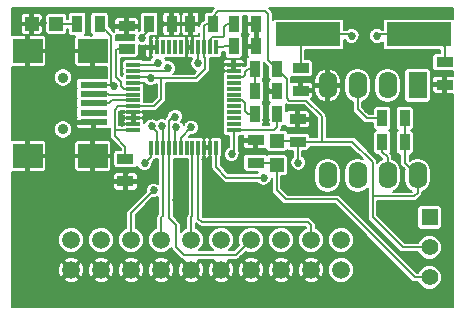
<source format=gtl>
G04 (created by PCBNEW (2013-07-07 BZR 4022)-stable) date 7/16/2015 11:13:14 AM*
%MOIN*%
G04 Gerber Fmt 3.4, Leading zero omitted, Abs format*
%FSLAX34Y34*%
G01*
G70*
G90*
G04 APERTURE LIST*
%ADD10C,0.00590551*%
%ADD11R,0.0906X0.0197*%
%ADD12R,0.0984X0.0787*%
%ADD13C,0.0354*%
%ADD14R,0.2165X0.0787*%
%ADD15C,0.0593*%
%ADD16R,0.035X0.055*%
%ADD17R,0.055X0.035*%
%ADD18R,0.055X0.055*%
%ADD19C,0.055*%
%ADD20R,0.0472X0.0472*%
%ADD21R,0.062X0.09*%
%ADD22O,0.062X0.09*%
%ADD23R,0.0472X0.0118*%
%ADD24R,0.0118X0.0472*%
%ADD25C,0.027*%
%ADD26C,0.006*%
G04 APERTURE END LIST*
G54D10*
G54D11*
X87008Y-65570D03*
X87008Y-65885D03*
X87008Y-66200D03*
X87008Y-66515D03*
X87008Y-66830D03*
G54D12*
X86969Y-64448D03*
X84804Y-64448D03*
X86969Y-67952D03*
X84804Y-67952D03*
G54D13*
X85985Y-65334D03*
X85985Y-67066D03*
G54D14*
X94150Y-63900D03*
X97850Y-63900D03*
G54D15*
X95250Y-70750D03*
X95250Y-71750D03*
X94250Y-70750D03*
X94250Y-71750D03*
X93250Y-70750D03*
X93250Y-71750D03*
X92250Y-70750D03*
X92250Y-71750D03*
X91250Y-70750D03*
X91250Y-71750D03*
X90250Y-70750D03*
X90250Y-71750D03*
X89250Y-70750D03*
X89250Y-71750D03*
X88250Y-70750D03*
X88250Y-71750D03*
X87250Y-70750D03*
X87250Y-71750D03*
X86250Y-70750D03*
X86250Y-71750D03*
G54D16*
X91675Y-64300D03*
X92425Y-64300D03*
X88850Y-63550D03*
X89600Y-63550D03*
X97375Y-66700D03*
X96625Y-66700D03*
X96625Y-67500D03*
X97375Y-67500D03*
G54D17*
X93800Y-67475D03*
X93800Y-66725D03*
G54D16*
X92375Y-66550D03*
X93125Y-66550D03*
G54D17*
X92400Y-68175D03*
X92400Y-67425D03*
X88060Y-68050D03*
X88060Y-68800D03*
G54D16*
X90975Y-63550D03*
X90225Y-63550D03*
X87200Y-63550D03*
X86450Y-63550D03*
G54D17*
X98700Y-64825D03*
X98700Y-65575D03*
X93900Y-65025D03*
X93900Y-65775D03*
G54D16*
X91675Y-63550D03*
X92425Y-63550D03*
X93125Y-65050D03*
X92375Y-65050D03*
X92375Y-65800D03*
X93125Y-65800D03*
G54D18*
X98200Y-70000D03*
G54D19*
X98200Y-71000D03*
X98200Y-72000D03*
G54D20*
X93100Y-67437D03*
X93100Y-68263D03*
X85763Y-63550D03*
X84937Y-63550D03*
G54D21*
X97800Y-65600D03*
G54D22*
X96800Y-65600D03*
X95800Y-65600D03*
X94800Y-65600D03*
X94800Y-68600D03*
X95800Y-68600D03*
X96800Y-68600D03*
X97800Y-68600D03*
G54D17*
X88100Y-63625D03*
X88100Y-64375D03*
G54D23*
X88327Y-66098D03*
X88327Y-65902D03*
X88327Y-66295D03*
X88327Y-65705D03*
X88327Y-65508D03*
X88327Y-65311D03*
X88327Y-65114D03*
X88327Y-64917D03*
X88327Y-66492D03*
X88327Y-66689D03*
X88327Y-66886D03*
X88327Y-67083D03*
X91673Y-66098D03*
X91673Y-65902D03*
X91673Y-66295D03*
X91673Y-66492D03*
X91673Y-66689D03*
X91673Y-66886D03*
X91673Y-67083D03*
X91673Y-65705D03*
X91673Y-65508D03*
X91673Y-65311D03*
X91673Y-65114D03*
X91673Y-64917D03*
G54D24*
X90098Y-64327D03*
X90295Y-64327D03*
X90492Y-64327D03*
X90689Y-64327D03*
X90886Y-64327D03*
X91083Y-64327D03*
X89902Y-64327D03*
X89705Y-64327D03*
X89508Y-64327D03*
X89311Y-64327D03*
X89114Y-64327D03*
X88917Y-64327D03*
X90098Y-67673D03*
X90295Y-67673D03*
X90492Y-67673D03*
X90689Y-67673D03*
X90886Y-67673D03*
X91083Y-67673D03*
X89902Y-67673D03*
X89705Y-67673D03*
X89508Y-67673D03*
X89311Y-67673D03*
X89114Y-67673D03*
X88917Y-67673D03*
G54D25*
X92675Y-68675D03*
X93825Y-68175D03*
X88620Y-64010D03*
X88910Y-65365D03*
X90495Y-64855D03*
X87685Y-65605D03*
X89720Y-66640D03*
X90250Y-67000D03*
X89750Y-67000D03*
X89280Y-66960D03*
X88940Y-66960D03*
X89000Y-69100D03*
X91600Y-67900D03*
X88700Y-68200D03*
X89750Y-69425D03*
X89850Y-68500D03*
X90800Y-68575D03*
X92800Y-69725D03*
X93700Y-69800D03*
X94750Y-69800D03*
X90875Y-69500D03*
X97900Y-66500D03*
X97875Y-67550D03*
X96200Y-67050D03*
X95975Y-70775D03*
X95350Y-70125D03*
X95950Y-69575D03*
X95325Y-69175D03*
X95250Y-67775D03*
X94200Y-67950D03*
X93950Y-68725D03*
X93525Y-67900D03*
X92400Y-67775D03*
X98750Y-67050D03*
X97200Y-70325D03*
X97150Y-69625D03*
X98575Y-69175D03*
X98750Y-68125D03*
X97775Y-70550D03*
X98750Y-70500D03*
X98700Y-71500D03*
X97625Y-71425D03*
X97075Y-72325D03*
X95800Y-72450D03*
X87000Y-67250D03*
X87950Y-66700D03*
X96200Y-64600D03*
X93250Y-63200D03*
X94550Y-63200D03*
X96050Y-63400D03*
X97000Y-63200D03*
X90616Y-63168D03*
X88088Y-63994D03*
X89244Y-63540D03*
X85324Y-63532D03*
X86550Y-69720D03*
X85040Y-69660D03*
X88066Y-68440D03*
X88106Y-69358D03*
X87820Y-69960D03*
X88940Y-69750D03*
X88730Y-70500D03*
X97070Y-67950D03*
X96978Y-67102D03*
X98704Y-65214D03*
X97950Y-64730D03*
X96920Y-64760D03*
X96130Y-66380D03*
X92750Y-66752D03*
X90784Y-66752D03*
X88886Y-66612D03*
X86990Y-65140D03*
X85950Y-67880D03*
X85940Y-64460D03*
X84796Y-67170D03*
X84780Y-65296D03*
X90588Y-66214D03*
X91092Y-65884D03*
X89550Y-66020D03*
X88850Y-66020D03*
X94975Y-66765D03*
X94295Y-66760D03*
X92785Y-65800D03*
X96450Y-63950D03*
X89475Y-65020D03*
X95600Y-63950D03*
X89145Y-64840D03*
G54D26*
X91650Y-68675D02*
X92675Y-68675D01*
X91083Y-67673D02*
X91083Y-68333D01*
X93800Y-68150D02*
X93800Y-67475D01*
X93825Y-68175D02*
X93800Y-68150D01*
X91425Y-68675D02*
X91650Y-68675D01*
X91083Y-68333D02*
X91425Y-68675D01*
X96300Y-69300D02*
X97675Y-69300D01*
X97800Y-69175D02*
X97800Y-68600D01*
X97675Y-69300D02*
X97800Y-69175D01*
X87700Y-67083D02*
X87700Y-67275D01*
X88060Y-67635D02*
X88060Y-68050D01*
X87700Y-67275D02*
X88060Y-67635D01*
X87700Y-67083D02*
X87700Y-66425D01*
X87700Y-67083D02*
X88327Y-67083D01*
X87830Y-66295D02*
X88327Y-66295D01*
X87700Y-66425D02*
X87830Y-66295D01*
X93100Y-67437D02*
X93762Y-67437D01*
X93762Y-67437D02*
X93800Y-67475D01*
X88770Y-66295D02*
X89015Y-66295D01*
X89260Y-66050D02*
X89260Y-65365D01*
X89015Y-66295D02*
X89260Y-66050D01*
X88770Y-66295D02*
X88327Y-66295D01*
X94605Y-66630D02*
X94605Y-67475D01*
X94080Y-66105D02*
X94605Y-66630D01*
X93515Y-66105D02*
X94080Y-66105D01*
X93435Y-66025D02*
X93515Y-66105D01*
X93435Y-65375D02*
X93435Y-66025D01*
X90975Y-63550D02*
X90975Y-63305D01*
X90975Y-63305D02*
X91155Y-63125D01*
X88910Y-65365D02*
X89260Y-65365D01*
X89260Y-65365D02*
X90400Y-65365D01*
X90689Y-64659D02*
X90689Y-64327D01*
X90730Y-64700D02*
X90689Y-64659D01*
X90730Y-65035D02*
X90730Y-64700D01*
X90400Y-65365D02*
X90730Y-65035D01*
X88850Y-63550D02*
X88850Y-63750D01*
X88850Y-63750D02*
X88620Y-63980D01*
X88620Y-63980D02*
X88620Y-64010D01*
X88856Y-65311D02*
X88327Y-65311D01*
X88910Y-65365D02*
X88856Y-65311D01*
X93800Y-67475D02*
X94605Y-67475D01*
X94605Y-67475D02*
X94700Y-67475D01*
X95625Y-67475D02*
X96300Y-68150D01*
X96300Y-68150D02*
X96300Y-69300D01*
X96300Y-69300D02*
X96300Y-70000D01*
X96300Y-70000D02*
X97300Y-71000D01*
X97300Y-71000D02*
X98200Y-71000D01*
X94700Y-67475D02*
X95625Y-67475D01*
X90689Y-63661D02*
X90689Y-63611D01*
X90750Y-63550D02*
X90975Y-63550D01*
X90689Y-63611D02*
X90750Y-63550D01*
X90689Y-64327D02*
X90689Y-63661D01*
X91155Y-63125D02*
X92725Y-63125D01*
X93125Y-65050D02*
X93125Y-65065D01*
X93125Y-65065D02*
X93435Y-65375D01*
X92810Y-64735D02*
X93125Y-65050D01*
X92810Y-63210D02*
X92810Y-64735D01*
X92725Y-63125D02*
X92810Y-63210D01*
X97375Y-66700D02*
X97375Y-67500D01*
X97375Y-67500D02*
X97375Y-68175D01*
X97375Y-68175D02*
X97800Y-68600D01*
X87008Y-65570D02*
X87650Y-65570D01*
X90492Y-64852D02*
X90492Y-64327D01*
X90495Y-64855D02*
X90492Y-64852D01*
X87650Y-65570D02*
X87685Y-65605D01*
X87595Y-65570D02*
X87595Y-63945D01*
X87595Y-63945D02*
X87200Y-63550D01*
X87595Y-65570D02*
X87008Y-65570D01*
X89508Y-67673D02*
X89508Y-66792D01*
X89660Y-66640D02*
X89720Y-66640D01*
X89508Y-66792D02*
X89660Y-66640D01*
X89508Y-67673D02*
X89508Y-70008D01*
X91750Y-71250D02*
X92250Y-70750D01*
X90000Y-71250D02*
X91750Y-71250D01*
X89750Y-71000D02*
X90000Y-71250D01*
X89750Y-70250D02*
X89750Y-71000D01*
X89508Y-70008D02*
X89750Y-70250D01*
X88327Y-66098D02*
X87602Y-66098D01*
X87500Y-66200D02*
X87008Y-66200D01*
X87602Y-66098D02*
X87500Y-66200D01*
X88327Y-65902D02*
X87527Y-65902D01*
X87510Y-65885D02*
X87008Y-65885D01*
X87527Y-65902D02*
X87510Y-65885D01*
X89902Y-67673D02*
X89902Y-67348D01*
X89902Y-67348D02*
X90250Y-67000D01*
X96800Y-68000D02*
X96800Y-68600D01*
X96625Y-67825D02*
X96800Y-68000D01*
X96625Y-67500D02*
X96625Y-67825D01*
X89705Y-67673D02*
X89705Y-67045D01*
X89705Y-67045D02*
X89750Y-67000D01*
X95800Y-66400D02*
X95800Y-65600D01*
X96100Y-66700D02*
X95800Y-66400D01*
X96625Y-66700D02*
X96100Y-66700D01*
X90295Y-67673D02*
X90295Y-69955D01*
X90250Y-70000D02*
X90250Y-70750D01*
X90295Y-69955D02*
X90250Y-70000D01*
X89311Y-67673D02*
X89311Y-66991D01*
X89311Y-66991D02*
X89280Y-66960D01*
X89311Y-67673D02*
X89311Y-69939D01*
X89250Y-70000D02*
X89250Y-70750D01*
X89311Y-69939D02*
X89250Y-70000D01*
X89114Y-67673D02*
X89114Y-67134D01*
X89114Y-67134D02*
X88940Y-66960D01*
X92375Y-65800D02*
X92375Y-65050D01*
X92050Y-65150D02*
X92150Y-65050D01*
X92150Y-65050D02*
X92375Y-65050D01*
X92050Y-65250D02*
X92050Y-65150D01*
X91989Y-65311D02*
X92050Y-65250D01*
X91673Y-65311D02*
X91989Y-65311D01*
X91673Y-67083D02*
X91673Y-67827D01*
X88250Y-69850D02*
X88250Y-70750D01*
X89000Y-69100D02*
X88250Y-69850D01*
X91673Y-67827D02*
X91600Y-67900D01*
X91673Y-67083D02*
X93017Y-67083D01*
X93017Y-67083D02*
X93125Y-66975D01*
X93125Y-66975D02*
X93125Y-66550D01*
X90492Y-69650D02*
X90492Y-70042D01*
X90600Y-70150D02*
X94150Y-70150D01*
X90492Y-70042D02*
X90600Y-70150D01*
X90492Y-67673D02*
X90492Y-69650D01*
X94250Y-70250D02*
X94250Y-70750D01*
X94150Y-70150D02*
X94250Y-70250D01*
X88917Y-67983D02*
X88917Y-67673D01*
X88700Y-68200D02*
X88917Y-67983D01*
X90886Y-67673D02*
X90886Y-68489D01*
X89750Y-68600D02*
X89750Y-69425D01*
X89850Y-68500D02*
X89750Y-68600D01*
X90886Y-68489D02*
X90800Y-68575D01*
X95350Y-70125D02*
X95075Y-70125D01*
X93625Y-69725D02*
X92800Y-69725D01*
X93700Y-69800D02*
X93625Y-69725D01*
X95075Y-70125D02*
X94750Y-69800D01*
X90875Y-69500D02*
X90689Y-69314D01*
X90689Y-69314D02*
X90689Y-67673D01*
X94800Y-65600D02*
X94800Y-66425D01*
X97900Y-67525D02*
X97900Y-66500D01*
X97875Y-67550D02*
X97900Y-67525D01*
X95425Y-67050D02*
X96200Y-67050D01*
X94800Y-66425D02*
X95425Y-67050D01*
X92400Y-67425D02*
X92400Y-67775D01*
X95975Y-70750D02*
X95975Y-70775D01*
X95350Y-70125D02*
X95975Y-70750D01*
X95725Y-69575D02*
X95950Y-69575D01*
X95325Y-69175D02*
X95725Y-69575D01*
X94375Y-67775D02*
X95250Y-67775D01*
X94200Y-67950D02*
X94375Y-67775D01*
X93875Y-68725D02*
X93950Y-68725D01*
X93525Y-68375D02*
X93875Y-68725D01*
X93525Y-67900D02*
X93525Y-68375D01*
X98700Y-67000D02*
X98700Y-65575D01*
X98750Y-67050D02*
X98700Y-67000D01*
X97200Y-70325D02*
X97150Y-70275D01*
X97150Y-70275D02*
X97150Y-69625D01*
X98575Y-69175D02*
X98750Y-69000D01*
X98750Y-69000D02*
X98750Y-68125D01*
X98700Y-70550D02*
X97775Y-70550D01*
X98750Y-70500D02*
X98700Y-70550D01*
X97700Y-71500D02*
X98700Y-71500D01*
X97625Y-71425D02*
X97700Y-71500D01*
X95925Y-72325D02*
X97075Y-72325D01*
X95800Y-72450D02*
X95925Y-72325D01*
X88917Y-64327D02*
X89114Y-64327D01*
X90098Y-64327D02*
X90295Y-64327D01*
X90689Y-67673D02*
X90886Y-67673D01*
X88327Y-66689D02*
X87961Y-66689D01*
X87008Y-67242D02*
X87008Y-66830D01*
X87000Y-67250D02*
X87008Y-67242D01*
X87961Y-66689D02*
X87950Y-66700D01*
X88327Y-66886D02*
X88327Y-66689D01*
X88327Y-66689D02*
X88327Y-66492D01*
X96660Y-64500D02*
X96920Y-64760D01*
X96300Y-64500D02*
X96660Y-64500D01*
X96200Y-64600D02*
X96300Y-64500D01*
X93300Y-63250D02*
X93250Y-63200D01*
X94500Y-63250D02*
X93300Y-63250D01*
X94550Y-63200D02*
X94500Y-63250D01*
X96800Y-63400D02*
X96050Y-63400D01*
X97000Y-63200D02*
X96800Y-63400D01*
X90225Y-63177D02*
X90282Y-63120D01*
X90282Y-63120D02*
X90568Y-63120D01*
X90568Y-63120D02*
X90616Y-63168D01*
X90225Y-63550D02*
X90225Y-63177D01*
X88100Y-63625D02*
X88100Y-63982D01*
X88100Y-63982D02*
X88088Y-63994D01*
X84937Y-63550D02*
X85306Y-63550D01*
X85306Y-63550D02*
X85324Y-63532D01*
X84804Y-67952D02*
X84804Y-69204D01*
X86790Y-69960D02*
X87820Y-69960D01*
X86550Y-69720D02*
X86790Y-69960D01*
X85040Y-69440D02*
X85040Y-69660D01*
X84804Y-69204D02*
X85040Y-69440D01*
X88060Y-68800D02*
X88060Y-68446D01*
X88060Y-68446D02*
X88066Y-68440D01*
X88106Y-69358D02*
X87820Y-69644D01*
X87820Y-69644D02*
X87820Y-69960D01*
X88940Y-69750D02*
X88730Y-69960D01*
X88730Y-69960D02*
X88730Y-70500D01*
X97000Y-67880D02*
X97070Y-67950D01*
X97000Y-67124D02*
X97000Y-67880D01*
X96978Y-67102D02*
X97000Y-67124D01*
X98700Y-65218D02*
X98700Y-65575D01*
X98704Y-65214D02*
X98700Y-65218D01*
X98285Y-65575D02*
X98700Y-65575D01*
X98270Y-65560D02*
X98285Y-65575D01*
X98270Y-65050D02*
X98270Y-65560D01*
X97950Y-64730D02*
X98270Y-65050D01*
X96780Y-64760D02*
X96920Y-64760D01*
X96130Y-66380D02*
X96320Y-66190D01*
X96320Y-66190D02*
X96320Y-65220D01*
X96320Y-65220D02*
X96780Y-64760D01*
X90588Y-66214D02*
X90588Y-66556D01*
X92785Y-66717D02*
X92785Y-65800D01*
X92750Y-66752D02*
X92785Y-66717D01*
X90588Y-66556D02*
X90784Y-66752D01*
X88809Y-66689D02*
X88327Y-66689D01*
X88886Y-66612D02*
X88809Y-66689D01*
X89600Y-63550D02*
X89254Y-63550D01*
X89254Y-63550D02*
X89244Y-63540D01*
X86969Y-64448D02*
X86969Y-65119D01*
X86969Y-65119D02*
X86990Y-65140D01*
X84804Y-64448D02*
X85928Y-64448D01*
X86022Y-67952D02*
X86969Y-67952D01*
X85950Y-67880D02*
X86022Y-67952D01*
X85928Y-64448D02*
X85940Y-64460D01*
X84804Y-64448D02*
X84804Y-65272D01*
X84804Y-67178D02*
X84804Y-67952D01*
X84796Y-67170D02*
X84804Y-67178D01*
X84804Y-65272D02*
X84780Y-65296D01*
X89282Y-66288D02*
X89282Y-66312D01*
X88956Y-66500D02*
X88956Y-66492D01*
X89094Y-66500D02*
X88956Y-66500D01*
X89282Y-66312D02*
X89094Y-66500D01*
X91673Y-65114D02*
X91392Y-65114D01*
X90394Y-66020D02*
X89550Y-66020D01*
X90588Y-66214D02*
X90394Y-66020D01*
X91092Y-65414D02*
X91092Y-65884D01*
X91392Y-65114D02*
X91092Y-65414D01*
X88327Y-65508D02*
X88688Y-65508D01*
X88956Y-66492D02*
X88327Y-66492D01*
X89550Y-66020D02*
X89282Y-66288D01*
X88845Y-66015D02*
X88850Y-66020D01*
X88845Y-65665D02*
X88845Y-66015D01*
X88688Y-65508D02*
X88845Y-65665D01*
X93800Y-66725D02*
X94260Y-66725D01*
X94800Y-66590D02*
X94800Y-65600D01*
X94975Y-66765D02*
X94800Y-66590D01*
X94260Y-66725D02*
X94295Y-66760D01*
X93125Y-65800D02*
X92785Y-65800D01*
X87920Y-65480D02*
X87760Y-65320D01*
X87760Y-64715D02*
X87760Y-64410D01*
X87795Y-64375D02*
X88100Y-64375D01*
X87760Y-64410D02*
X87795Y-64375D01*
X87760Y-64715D02*
X87760Y-64715D01*
X87760Y-65320D02*
X87760Y-64715D01*
X87920Y-65615D02*
X87920Y-65480D01*
X88010Y-65705D02*
X87920Y-65615D01*
X88327Y-65705D02*
X88010Y-65705D01*
X96500Y-63900D02*
X97850Y-63900D01*
X96450Y-63950D02*
X96500Y-63900D01*
X89381Y-65114D02*
X89475Y-65020D01*
X88327Y-65114D02*
X89381Y-65114D01*
X97850Y-63900D02*
X98280Y-63900D01*
X98700Y-64320D02*
X98700Y-64825D01*
X98280Y-63900D02*
X98700Y-64320D01*
X95550Y-63900D02*
X94150Y-63900D01*
X95600Y-63950D02*
X95550Y-63900D01*
X88327Y-64917D02*
X89068Y-64917D01*
X89068Y-64917D02*
X89145Y-64840D01*
X93900Y-65025D02*
X93900Y-64150D01*
X93900Y-64150D02*
X94150Y-63900D01*
X86450Y-63550D02*
X85763Y-63550D01*
X98200Y-72000D02*
X97700Y-72000D01*
X93100Y-69100D02*
X93100Y-68263D01*
X93400Y-69400D02*
X93100Y-69100D01*
X95100Y-69400D02*
X93400Y-69400D01*
X97700Y-72000D02*
X95100Y-69400D01*
X92400Y-68175D02*
X93012Y-68175D01*
X93012Y-68175D02*
X93100Y-68263D01*
X92150Y-66550D02*
X92375Y-66550D01*
X92050Y-66450D02*
X92150Y-66550D01*
X92050Y-66200D02*
X92050Y-66450D01*
X91950Y-66098D02*
X91950Y-66100D01*
X91950Y-66100D02*
X92050Y-66200D01*
X91673Y-66098D02*
X91950Y-66098D01*
X91083Y-64327D02*
X91323Y-64327D01*
X91350Y-64300D02*
X91675Y-64300D01*
X91323Y-64327D02*
X91350Y-64300D01*
X90886Y-64050D02*
X90900Y-64050D01*
X90900Y-64050D02*
X90950Y-64000D01*
X90886Y-64327D02*
X90886Y-64050D01*
X91450Y-63550D02*
X91675Y-63550D01*
X91350Y-63650D02*
X91450Y-63550D01*
X91350Y-63950D02*
X91350Y-63650D01*
X91300Y-64000D02*
X91350Y-63950D01*
X90950Y-64000D02*
X91300Y-64000D01*
G54D10*
G36*
X88379Y-65515D02*
X88274Y-65515D01*
X88274Y-65500D01*
X88379Y-65500D01*
X88379Y-65515D01*
X88379Y-65515D01*
G37*
G54D26*
X88379Y-65515D02*
X88274Y-65515D01*
X88274Y-65500D01*
X88379Y-65500D01*
X88379Y-65515D01*
G54D10*
G36*
X89100Y-65983D02*
X88948Y-66135D01*
X88770Y-66135D01*
X88693Y-66135D01*
X88693Y-66131D01*
X88693Y-66013D01*
X88687Y-66000D01*
X88692Y-65986D01*
X88693Y-65935D01*
X88693Y-65817D01*
X88687Y-65803D01*
X88692Y-65789D01*
X88693Y-65738D01*
X88693Y-65620D01*
X88687Y-65606D01*
X88692Y-65592D01*
X88692Y-65569D01*
X88676Y-65553D01*
X88693Y-65553D01*
X88693Y-65522D01*
X88759Y-65589D01*
X88857Y-65629D01*
X88962Y-65630D01*
X89059Y-65589D01*
X89100Y-65549D01*
X89100Y-65983D01*
X89100Y-65983D01*
G37*
G54D26*
X89100Y-65983D02*
X88948Y-66135D01*
X88770Y-66135D01*
X88693Y-66135D01*
X88693Y-66131D01*
X88693Y-66013D01*
X88687Y-66000D01*
X88692Y-65986D01*
X88693Y-65935D01*
X88693Y-65817D01*
X88687Y-65803D01*
X88692Y-65789D01*
X88693Y-65738D01*
X88693Y-65620D01*
X88687Y-65606D01*
X88692Y-65592D01*
X88692Y-65569D01*
X88676Y-65553D01*
X88693Y-65553D01*
X88693Y-65522D01*
X88759Y-65589D01*
X88857Y-65629D01*
X88962Y-65630D01*
X89059Y-65589D01*
X89100Y-65549D01*
X89100Y-65983D01*
G54D10*
G36*
X90135Y-69889D02*
X90102Y-69938D01*
X90090Y-70000D01*
X90090Y-70354D01*
X90008Y-70388D01*
X89910Y-70486D01*
X89910Y-70250D01*
X89909Y-70249D01*
X89897Y-70188D01*
X89863Y-70136D01*
X89863Y-70136D01*
X89668Y-69941D01*
X89668Y-68039D01*
X89671Y-68039D01*
X89789Y-68039D01*
X89803Y-68033D01*
X89817Y-68038D01*
X89868Y-68039D01*
X89986Y-68039D01*
X89999Y-68033D01*
X90013Y-68038D01*
X90064Y-68039D01*
X90135Y-68039D01*
X90135Y-69889D01*
X90135Y-69889D01*
G37*
G54D26*
X90135Y-69889D02*
X90102Y-69938D01*
X90090Y-70000D01*
X90090Y-70354D01*
X90008Y-70388D01*
X89910Y-70486D01*
X89910Y-70250D01*
X89909Y-70249D01*
X89897Y-70188D01*
X89863Y-70136D01*
X89863Y-70136D01*
X89668Y-69941D01*
X89668Y-68039D01*
X89671Y-68039D01*
X89789Y-68039D01*
X89803Y-68033D01*
X89817Y-68038D01*
X89868Y-68039D01*
X89986Y-68039D01*
X89999Y-68033D01*
X90013Y-68038D01*
X90064Y-68039D01*
X90135Y-68039D01*
X90135Y-69889D01*
G54D10*
G36*
X93177Y-65845D02*
X93170Y-65845D01*
X93170Y-65852D01*
X93080Y-65852D01*
X93080Y-65845D01*
X92852Y-65845D01*
X92820Y-65877D01*
X92819Y-66049D01*
X92820Y-66100D01*
X92839Y-66148D01*
X92866Y-66175D01*
X92839Y-66201D01*
X92820Y-66249D01*
X92819Y-66300D01*
X92819Y-66850D01*
X92839Y-66898D01*
X92864Y-66923D01*
X92635Y-66923D01*
X92660Y-66898D01*
X92679Y-66850D01*
X92680Y-66799D01*
X92680Y-66249D01*
X92660Y-66201D01*
X92633Y-66174D01*
X92660Y-66148D01*
X92679Y-66100D01*
X92680Y-66049D01*
X92680Y-65499D01*
X92660Y-65451D01*
X92633Y-65424D01*
X92660Y-65398D01*
X92679Y-65350D01*
X92680Y-65299D01*
X92680Y-64822D01*
X92696Y-64848D01*
X92819Y-64971D01*
X92819Y-65350D01*
X92839Y-65398D01*
X92866Y-65425D01*
X92839Y-65451D01*
X92820Y-65499D01*
X92819Y-65550D01*
X92820Y-65722D01*
X92852Y-65755D01*
X93080Y-65755D01*
X93080Y-65747D01*
X93170Y-65747D01*
X93170Y-65755D01*
X93177Y-65755D01*
X93177Y-65845D01*
X93177Y-65845D01*
G37*
G54D26*
X93177Y-65845D02*
X93170Y-65845D01*
X93170Y-65852D01*
X93080Y-65852D01*
X93080Y-65845D01*
X92852Y-65845D01*
X92820Y-65877D01*
X92819Y-66049D01*
X92820Y-66100D01*
X92839Y-66148D01*
X92866Y-66175D01*
X92839Y-66201D01*
X92820Y-66249D01*
X92819Y-66300D01*
X92819Y-66850D01*
X92839Y-66898D01*
X92864Y-66923D01*
X92635Y-66923D01*
X92660Y-66898D01*
X92679Y-66850D01*
X92680Y-66799D01*
X92680Y-66249D01*
X92660Y-66201D01*
X92633Y-66174D01*
X92660Y-66148D01*
X92679Y-66100D01*
X92680Y-66049D01*
X92680Y-65499D01*
X92660Y-65451D01*
X92633Y-65424D01*
X92660Y-65398D01*
X92679Y-65350D01*
X92680Y-65299D01*
X92680Y-64822D01*
X92696Y-64848D01*
X92819Y-64971D01*
X92819Y-65350D01*
X92839Y-65398D01*
X92866Y-65425D01*
X92839Y-65451D01*
X92820Y-65499D01*
X92819Y-65550D01*
X92820Y-65722D01*
X92852Y-65755D01*
X93080Y-65755D01*
X93080Y-65747D01*
X93170Y-65747D01*
X93170Y-65755D01*
X93177Y-65755D01*
X93177Y-65845D01*
G54D10*
G36*
X94445Y-67315D02*
X94205Y-67315D01*
X94205Y-67274D01*
X94205Y-66925D01*
X94205Y-66524D01*
X94185Y-66476D01*
X94148Y-66439D01*
X94100Y-66420D01*
X94049Y-66419D01*
X93877Y-66420D01*
X93845Y-66452D01*
X93845Y-66680D01*
X94172Y-66680D01*
X94205Y-66647D01*
X94205Y-66524D01*
X94205Y-66925D01*
X94205Y-66802D01*
X94172Y-66770D01*
X93845Y-66770D01*
X93845Y-66997D01*
X93877Y-67030D01*
X94049Y-67030D01*
X94100Y-67029D01*
X94148Y-67010D01*
X94185Y-66973D01*
X94205Y-66925D01*
X94205Y-67274D01*
X94185Y-67226D01*
X94148Y-67189D01*
X94100Y-67170D01*
X94049Y-67169D01*
X93499Y-67169D01*
X93466Y-67183D01*
X93466Y-67175D01*
X93446Y-67127D01*
X93409Y-67090D01*
X93361Y-67071D01*
X93310Y-67070D01*
X93249Y-67070D01*
X93272Y-67036D01*
X93285Y-66975D01*
X93285Y-66955D01*
X93325Y-66955D01*
X93373Y-66935D01*
X93394Y-66913D01*
X93394Y-66925D01*
X93414Y-66973D01*
X93451Y-67010D01*
X93499Y-67029D01*
X93550Y-67030D01*
X93722Y-67030D01*
X93755Y-66997D01*
X93755Y-66770D01*
X93747Y-66770D01*
X93747Y-66680D01*
X93755Y-66680D01*
X93755Y-66452D01*
X93722Y-66420D01*
X93550Y-66419D01*
X93499Y-66420D01*
X93451Y-66439D01*
X93430Y-66461D01*
X93430Y-66249D01*
X93423Y-66232D01*
X93453Y-66252D01*
X93515Y-66265D01*
X94013Y-66265D01*
X94445Y-66696D01*
X94445Y-67315D01*
X94445Y-67315D01*
G37*
G54D26*
X94445Y-67315D02*
X94205Y-67315D01*
X94205Y-67274D01*
X94205Y-66925D01*
X94205Y-66524D01*
X94185Y-66476D01*
X94148Y-66439D01*
X94100Y-66420D01*
X94049Y-66419D01*
X93877Y-66420D01*
X93845Y-66452D01*
X93845Y-66680D01*
X94172Y-66680D01*
X94205Y-66647D01*
X94205Y-66524D01*
X94205Y-66925D01*
X94205Y-66802D01*
X94172Y-66770D01*
X93845Y-66770D01*
X93845Y-66997D01*
X93877Y-67030D01*
X94049Y-67030D01*
X94100Y-67029D01*
X94148Y-67010D01*
X94185Y-66973D01*
X94205Y-66925D01*
X94205Y-67274D01*
X94185Y-67226D01*
X94148Y-67189D01*
X94100Y-67170D01*
X94049Y-67169D01*
X93499Y-67169D01*
X93466Y-67183D01*
X93466Y-67175D01*
X93446Y-67127D01*
X93409Y-67090D01*
X93361Y-67071D01*
X93310Y-67070D01*
X93249Y-67070D01*
X93272Y-67036D01*
X93285Y-66975D01*
X93285Y-66955D01*
X93325Y-66955D01*
X93373Y-66935D01*
X93394Y-66913D01*
X93394Y-66925D01*
X93414Y-66973D01*
X93451Y-67010D01*
X93499Y-67029D01*
X93550Y-67030D01*
X93722Y-67030D01*
X93755Y-66997D01*
X93755Y-66770D01*
X93747Y-66770D01*
X93747Y-66680D01*
X93755Y-66680D01*
X93755Y-66452D01*
X93722Y-66420D01*
X93550Y-66419D01*
X93499Y-66420D01*
X93451Y-66439D01*
X93430Y-66461D01*
X93430Y-66249D01*
X93423Y-66232D01*
X93453Y-66252D01*
X93515Y-66265D01*
X94013Y-66265D01*
X94445Y-66696D01*
X94445Y-67315D01*
G54D10*
G36*
X98970Y-72970D02*
X98655Y-72970D01*
X98655Y-65847D01*
X98655Y-65620D01*
X98655Y-65530D01*
X98655Y-65302D01*
X98622Y-65270D01*
X98450Y-65269D01*
X98399Y-65270D01*
X98351Y-65289D01*
X98314Y-65326D01*
X98294Y-65374D01*
X98295Y-65497D01*
X98327Y-65530D01*
X98655Y-65530D01*
X98655Y-65620D01*
X98327Y-65620D01*
X98295Y-65652D01*
X98294Y-65775D01*
X98314Y-65823D01*
X98351Y-65860D01*
X98399Y-65879D01*
X98450Y-65880D01*
X98622Y-65880D01*
X98655Y-65847D01*
X98655Y-72970D01*
X98605Y-72970D01*
X98605Y-71919D01*
X98543Y-71770D01*
X98429Y-71656D01*
X98280Y-71595D01*
X98119Y-71594D01*
X97970Y-71656D01*
X97856Y-71770D01*
X97827Y-71840D01*
X97766Y-71840D01*
X95240Y-69313D01*
X95240Y-68751D01*
X95240Y-68448D01*
X95206Y-68280D01*
X95111Y-68137D01*
X94968Y-68042D01*
X94800Y-68008D01*
X94631Y-68042D01*
X94488Y-68137D01*
X94393Y-68280D01*
X94360Y-68448D01*
X94360Y-68751D01*
X94393Y-68919D01*
X94488Y-69062D01*
X94631Y-69157D01*
X94800Y-69191D01*
X94968Y-69157D01*
X95111Y-69062D01*
X95206Y-68919D01*
X95240Y-68751D01*
X95240Y-69313D01*
X95213Y-69286D01*
X95161Y-69252D01*
X95100Y-69240D01*
X93466Y-69240D01*
X93260Y-69033D01*
X93260Y-68629D01*
X93361Y-68629D01*
X93409Y-68609D01*
X93446Y-68572D01*
X93465Y-68524D01*
X93466Y-68473D01*
X93466Y-68001D01*
X93446Y-67953D01*
X93409Y-67916D01*
X93361Y-67897D01*
X93310Y-67896D01*
X92838Y-67896D01*
X92790Y-67916D01*
X92782Y-67924D01*
X92748Y-67889D01*
X92700Y-67870D01*
X92649Y-67869D01*
X92355Y-67869D01*
X92355Y-67697D01*
X92355Y-67470D01*
X92027Y-67470D01*
X91995Y-67502D01*
X91994Y-67625D01*
X92014Y-67673D01*
X92051Y-67710D01*
X92099Y-67729D01*
X92150Y-67730D01*
X92322Y-67730D01*
X92355Y-67697D01*
X92355Y-67869D01*
X92099Y-67869D01*
X92051Y-67889D01*
X92014Y-67926D01*
X91995Y-67974D01*
X91994Y-68025D01*
X91994Y-68375D01*
X92014Y-68423D01*
X92051Y-68460D01*
X92099Y-68479D01*
X92150Y-68480D01*
X92495Y-68480D01*
X92460Y-68515D01*
X91650Y-68515D01*
X91491Y-68515D01*
X91243Y-68266D01*
X91243Y-67991D01*
X91252Y-67982D01*
X91271Y-67934D01*
X91272Y-67883D01*
X91272Y-67411D01*
X91252Y-67363D01*
X91215Y-67326D01*
X91167Y-67307D01*
X91116Y-67306D01*
X90998Y-67306D01*
X90984Y-67312D01*
X90970Y-67307D01*
X90947Y-67307D01*
X90915Y-67339D01*
X90915Y-67361D01*
X90913Y-67363D01*
X90894Y-67411D01*
X90893Y-67462D01*
X90893Y-67934D01*
X90913Y-67982D01*
X90915Y-67984D01*
X90915Y-68006D01*
X90923Y-68014D01*
X90923Y-68039D01*
X90923Y-68039D01*
X90923Y-68333D01*
X90935Y-68394D01*
X90969Y-68446D01*
X91311Y-68788D01*
X91363Y-68822D01*
X91425Y-68835D01*
X91650Y-68835D01*
X92460Y-68835D01*
X92524Y-68899D01*
X92622Y-68939D01*
X92727Y-68940D01*
X92824Y-68899D01*
X92899Y-68825D01*
X92939Y-68727D01*
X92940Y-68675D01*
X92940Y-69100D01*
X92952Y-69161D01*
X92986Y-69213D01*
X93286Y-69513D01*
X93286Y-69513D01*
X93338Y-69547D01*
X93399Y-69559D01*
X93400Y-69560D01*
X95033Y-69560D01*
X97586Y-72113D01*
X97638Y-72147D01*
X97700Y-72160D01*
X97827Y-72160D01*
X97856Y-72229D01*
X97970Y-72343D01*
X98119Y-72404D01*
X98280Y-72405D01*
X98429Y-72343D01*
X98543Y-72229D01*
X98604Y-72080D01*
X98605Y-71919D01*
X98605Y-72970D01*
X95676Y-72970D01*
X95676Y-71665D01*
X95676Y-70665D01*
X95611Y-70508D01*
X95491Y-70388D01*
X95335Y-70323D01*
X95165Y-70323D01*
X95008Y-70388D01*
X94888Y-70508D01*
X94823Y-70664D01*
X94823Y-70834D01*
X94888Y-70991D01*
X95008Y-71111D01*
X95164Y-71176D01*
X95334Y-71176D01*
X95491Y-71111D01*
X95611Y-70991D01*
X95676Y-70835D01*
X95676Y-70665D01*
X95676Y-71665D01*
X95611Y-71508D01*
X95491Y-71388D01*
X95335Y-71323D01*
X95165Y-71323D01*
X95008Y-71388D01*
X94888Y-71508D01*
X94823Y-71664D01*
X94823Y-71834D01*
X94888Y-71991D01*
X95008Y-72111D01*
X95164Y-72176D01*
X95334Y-72176D01*
X95491Y-72111D01*
X95611Y-71991D01*
X95676Y-71835D01*
X95676Y-71665D01*
X95676Y-72970D01*
X94681Y-72970D01*
X94681Y-71807D01*
X94670Y-71637D01*
X94626Y-71532D01*
X94564Y-71499D01*
X94500Y-71562D01*
X94500Y-71435D01*
X94467Y-71373D01*
X94307Y-71318D01*
X94137Y-71329D01*
X94032Y-71373D01*
X93999Y-71435D01*
X94250Y-71686D01*
X94500Y-71435D01*
X94500Y-71562D01*
X94313Y-71750D01*
X94564Y-72000D01*
X94626Y-71967D01*
X94681Y-71807D01*
X94681Y-72970D01*
X94500Y-72970D01*
X94500Y-72064D01*
X94250Y-71813D01*
X94186Y-71877D01*
X94186Y-71750D01*
X93935Y-71499D01*
X93873Y-71532D01*
X93818Y-71692D01*
X93829Y-71862D01*
X93873Y-71967D01*
X93935Y-72000D01*
X94186Y-71750D01*
X94186Y-71877D01*
X93999Y-72064D01*
X94032Y-72126D01*
X94192Y-72181D01*
X94362Y-72170D01*
X94467Y-72126D01*
X94500Y-72064D01*
X94500Y-72970D01*
X93681Y-72970D01*
X93681Y-71807D01*
X93676Y-71737D01*
X93676Y-70665D01*
X93611Y-70508D01*
X93491Y-70388D01*
X93335Y-70323D01*
X93165Y-70323D01*
X93008Y-70388D01*
X92888Y-70508D01*
X92823Y-70664D01*
X92823Y-70834D01*
X92888Y-70991D01*
X93008Y-71111D01*
X93164Y-71176D01*
X93334Y-71176D01*
X93491Y-71111D01*
X93611Y-70991D01*
X93676Y-70835D01*
X93676Y-70665D01*
X93676Y-71737D01*
X93670Y-71637D01*
X93626Y-71532D01*
X93564Y-71499D01*
X93500Y-71562D01*
X93500Y-71435D01*
X93467Y-71373D01*
X93307Y-71318D01*
X93137Y-71329D01*
X93032Y-71373D01*
X92999Y-71435D01*
X93250Y-71686D01*
X93500Y-71435D01*
X93500Y-71562D01*
X93313Y-71750D01*
X93564Y-72000D01*
X93626Y-71967D01*
X93681Y-71807D01*
X93681Y-72970D01*
X93500Y-72970D01*
X93500Y-72064D01*
X93250Y-71813D01*
X93186Y-71877D01*
X93186Y-71750D01*
X92935Y-71499D01*
X92873Y-71532D01*
X92818Y-71692D01*
X92829Y-71862D01*
X92873Y-71967D01*
X92935Y-72000D01*
X93186Y-71750D01*
X93186Y-71877D01*
X92999Y-72064D01*
X93032Y-72126D01*
X93192Y-72181D01*
X93362Y-72170D01*
X93467Y-72126D01*
X93500Y-72064D01*
X93500Y-72970D01*
X92681Y-72970D01*
X92681Y-71807D01*
X92670Y-71637D01*
X92626Y-71532D01*
X92564Y-71499D01*
X92500Y-71562D01*
X92500Y-71435D01*
X92467Y-71373D01*
X92307Y-71318D01*
X92137Y-71329D01*
X92032Y-71373D01*
X91999Y-71435D01*
X92250Y-71686D01*
X92500Y-71435D01*
X92500Y-71562D01*
X92313Y-71750D01*
X92564Y-72000D01*
X92626Y-71967D01*
X92681Y-71807D01*
X92681Y-72970D01*
X92500Y-72970D01*
X92500Y-72064D01*
X92250Y-71813D01*
X92186Y-71877D01*
X92186Y-71750D01*
X91935Y-71499D01*
X91873Y-71532D01*
X91818Y-71692D01*
X91829Y-71862D01*
X91873Y-71967D01*
X91935Y-72000D01*
X92186Y-71750D01*
X92186Y-71877D01*
X91999Y-72064D01*
X92032Y-72126D01*
X92192Y-72181D01*
X92362Y-72170D01*
X92467Y-72126D01*
X92500Y-72064D01*
X92500Y-72970D01*
X91681Y-72970D01*
X91681Y-71807D01*
X91670Y-71637D01*
X91626Y-71532D01*
X91564Y-71499D01*
X91313Y-71750D01*
X91564Y-72000D01*
X91626Y-71967D01*
X91681Y-71807D01*
X91681Y-72970D01*
X91500Y-72970D01*
X91500Y-72064D01*
X91250Y-71813D01*
X91186Y-71877D01*
X91186Y-71750D01*
X90935Y-71499D01*
X90873Y-71532D01*
X90818Y-71692D01*
X90829Y-71862D01*
X90873Y-71967D01*
X90935Y-72000D01*
X91186Y-71750D01*
X91186Y-71877D01*
X90999Y-72064D01*
X91032Y-72126D01*
X91192Y-72181D01*
X91362Y-72170D01*
X91467Y-72126D01*
X91500Y-72064D01*
X91500Y-72970D01*
X90681Y-72970D01*
X90681Y-71807D01*
X90670Y-71637D01*
X90626Y-71532D01*
X90564Y-71499D01*
X90313Y-71750D01*
X90564Y-72000D01*
X90626Y-71967D01*
X90681Y-71807D01*
X90681Y-72970D01*
X90500Y-72970D01*
X90500Y-72064D01*
X90250Y-71813D01*
X90186Y-71877D01*
X90186Y-71750D01*
X89935Y-71499D01*
X89873Y-71532D01*
X89818Y-71692D01*
X89829Y-71862D01*
X89873Y-71967D01*
X89935Y-72000D01*
X90186Y-71750D01*
X90186Y-71877D01*
X89999Y-72064D01*
X90032Y-72126D01*
X90192Y-72181D01*
X90362Y-72170D01*
X90467Y-72126D01*
X90500Y-72064D01*
X90500Y-72970D01*
X89681Y-72970D01*
X89681Y-71807D01*
X89670Y-71637D01*
X89626Y-71532D01*
X89564Y-71499D01*
X89500Y-71562D01*
X89500Y-71435D01*
X89467Y-71373D01*
X89307Y-71318D01*
X89137Y-71329D01*
X89032Y-71373D01*
X88999Y-71435D01*
X89250Y-71686D01*
X89500Y-71435D01*
X89500Y-71562D01*
X89313Y-71750D01*
X89564Y-72000D01*
X89626Y-71967D01*
X89681Y-71807D01*
X89681Y-72970D01*
X89500Y-72970D01*
X89500Y-72064D01*
X89250Y-71813D01*
X89186Y-71877D01*
X89186Y-71750D01*
X88935Y-71499D01*
X88873Y-71532D01*
X88818Y-71692D01*
X88829Y-71862D01*
X88873Y-71967D01*
X88935Y-72000D01*
X89186Y-71750D01*
X89186Y-71877D01*
X88999Y-72064D01*
X89032Y-72126D01*
X89192Y-72181D01*
X89362Y-72170D01*
X89467Y-72126D01*
X89500Y-72064D01*
X89500Y-72970D01*
X88681Y-72970D01*
X88681Y-71807D01*
X88670Y-71637D01*
X88626Y-71532D01*
X88564Y-71499D01*
X88500Y-71562D01*
X88500Y-71435D01*
X88467Y-71373D01*
X88307Y-71318D01*
X88137Y-71329D01*
X88032Y-71373D01*
X87999Y-71435D01*
X88250Y-71686D01*
X88500Y-71435D01*
X88500Y-71562D01*
X88313Y-71750D01*
X88564Y-72000D01*
X88626Y-71967D01*
X88681Y-71807D01*
X88681Y-72970D01*
X88500Y-72970D01*
X88500Y-72064D01*
X88250Y-71813D01*
X88186Y-71877D01*
X88186Y-71750D01*
X87935Y-71499D01*
X87873Y-71532D01*
X87818Y-71692D01*
X87829Y-71862D01*
X87873Y-71967D01*
X87935Y-72000D01*
X88186Y-71750D01*
X88186Y-71877D01*
X87999Y-72064D01*
X88032Y-72126D01*
X88192Y-72181D01*
X88362Y-72170D01*
X88467Y-72126D01*
X88500Y-72064D01*
X88500Y-72970D01*
X87681Y-72970D01*
X87681Y-71807D01*
X87676Y-71737D01*
X87676Y-70665D01*
X87611Y-70508D01*
X87591Y-70487D01*
X87591Y-68319D01*
X87591Y-67584D01*
X87590Y-67532D01*
X87571Y-67484D01*
X87534Y-67448D01*
X87486Y-67428D01*
X87046Y-67428D01*
X87014Y-67461D01*
X87014Y-67907D01*
X87558Y-67907D01*
X87591Y-67874D01*
X87591Y-67584D01*
X87591Y-68319D01*
X87591Y-68029D01*
X87558Y-67997D01*
X87014Y-67997D01*
X87014Y-68443D01*
X87046Y-68475D01*
X87486Y-68475D01*
X87534Y-68455D01*
X87571Y-68419D01*
X87590Y-68371D01*
X87591Y-68319D01*
X87591Y-70487D01*
X87491Y-70388D01*
X87335Y-70323D01*
X87165Y-70323D01*
X87008Y-70388D01*
X86963Y-70433D01*
X86963Y-67026D01*
X86963Y-66875D01*
X86457Y-66875D01*
X86425Y-66907D01*
X86424Y-66902D01*
X86425Y-66954D01*
X86444Y-67002D01*
X86481Y-67038D01*
X86529Y-67058D01*
X86930Y-67058D01*
X86963Y-67026D01*
X86963Y-70433D01*
X86924Y-70472D01*
X86924Y-68443D01*
X86924Y-67997D01*
X86924Y-67907D01*
X86924Y-67461D01*
X86891Y-67428D01*
X86451Y-67428D01*
X86403Y-67448D01*
X86366Y-67484D01*
X86347Y-67532D01*
X86346Y-67584D01*
X86347Y-67874D01*
X86379Y-67907D01*
X86924Y-67907D01*
X86924Y-67997D01*
X86379Y-67997D01*
X86347Y-68029D01*
X86346Y-68319D01*
X86347Y-68371D01*
X86366Y-68419D01*
X86403Y-68455D01*
X86451Y-68475D01*
X86891Y-68475D01*
X86924Y-68443D01*
X86924Y-70472D01*
X86888Y-70508D01*
X86823Y-70664D01*
X86823Y-70834D01*
X86888Y-70991D01*
X87008Y-71111D01*
X87164Y-71176D01*
X87334Y-71176D01*
X87491Y-71111D01*
X87611Y-70991D01*
X87676Y-70835D01*
X87676Y-70665D01*
X87676Y-71737D01*
X87670Y-71637D01*
X87626Y-71532D01*
X87564Y-71499D01*
X87500Y-71562D01*
X87500Y-71435D01*
X87467Y-71373D01*
X87307Y-71318D01*
X87137Y-71329D01*
X87032Y-71373D01*
X86999Y-71435D01*
X87250Y-71686D01*
X87500Y-71435D01*
X87500Y-71562D01*
X87313Y-71750D01*
X87564Y-72000D01*
X87626Y-71967D01*
X87681Y-71807D01*
X87681Y-72970D01*
X87500Y-72970D01*
X87500Y-72064D01*
X87250Y-71813D01*
X87186Y-71877D01*
X87186Y-71750D01*
X86935Y-71499D01*
X86873Y-71532D01*
X86818Y-71692D01*
X86829Y-71862D01*
X86873Y-71967D01*
X86935Y-72000D01*
X87186Y-71750D01*
X87186Y-71877D01*
X86999Y-72064D01*
X87032Y-72126D01*
X87192Y-72181D01*
X87362Y-72170D01*
X87467Y-72126D01*
X87500Y-72064D01*
X87500Y-72970D01*
X86681Y-72970D01*
X86681Y-71807D01*
X86676Y-71737D01*
X86676Y-70665D01*
X86611Y-70508D01*
X86491Y-70388D01*
X86335Y-70323D01*
X86292Y-70323D01*
X86292Y-67005D01*
X86292Y-65273D01*
X86245Y-65160D01*
X86159Y-65073D01*
X86046Y-65027D01*
X85924Y-65026D01*
X85811Y-65073D01*
X85724Y-65159D01*
X85678Y-65272D01*
X85677Y-65394D01*
X85724Y-65507D01*
X85810Y-65594D01*
X85923Y-65640D01*
X86045Y-65641D01*
X86158Y-65594D01*
X86245Y-65508D01*
X86291Y-65395D01*
X86292Y-65273D01*
X86292Y-67005D01*
X86245Y-66892D01*
X86159Y-66805D01*
X86046Y-66759D01*
X85924Y-66758D01*
X85811Y-66805D01*
X85724Y-66891D01*
X85678Y-67004D01*
X85677Y-67126D01*
X85724Y-67239D01*
X85810Y-67326D01*
X85923Y-67372D01*
X86045Y-67373D01*
X86158Y-67326D01*
X86245Y-67240D01*
X86291Y-67127D01*
X86292Y-67005D01*
X86292Y-70323D01*
X86165Y-70323D01*
X86008Y-70388D01*
X85888Y-70508D01*
X85823Y-70664D01*
X85823Y-70834D01*
X85888Y-70991D01*
X86008Y-71111D01*
X86164Y-71176D01*
X86334Y-71176D01*
X86491Y-71111D01*
X86611Y-70991D01*
X86676Y-70835D01*
X86676Y-70665D01*
X86676Y-71737D01*
X86670Y-71637D01*
X86626Y-71532D01*
X86564Y-71499D01*
X86500Y-71562D01*
X86500Y-71435D01*
X86467Y-71373D01*
X86307Y-71318D01*
X86137Y-71329D01*
X86032Y-71373D01*
X85999Y-71435D01*
X86250Y-71686D01*
X86500Y-71435D01*
X86500Y-71562D01*
X86313Y-71750D01*
X86564Y-72000D01*
X86626Y-71967D01*
X86681Y-71807D01*
X86681Y-72970D01*
X86500Y-72970D01*
X86500Y-72064D01*
X86250Y-71813D01*
X86186Y-71877D01*
X86186Y-71750D01*
X85935Y-71499D01*
X85873Y-71532D01*
X85818Y-71692D01*
X85829Y-71862D01*
X85873Y-71967D01*
X85935Y-72000D01*
X86186Y-71750D01*
X86186Y-71877D01*
X85999Y-72064D01*
X86032Y-72126D01*
X86192Y-72181D01*
X86362Y-72170D01*
X86467Y-72126D01*
X86500Y-72064D01*
X86500Y-72970D01*
X85426Y-72970D01*
X85426Y-68319D01*
X85426Y-67584D01*
X85426Y-64815D01*
X85426Y-64080D01*
X85425Y-64028D01*
X85406Y-63980D01*
X85369Y-63944D01*
X85321Y-63924D01*
X85303Y-63924D01*
X85303Y-63760D01*
X85303Y-63339D01*
X85302Y-63288D01*
X85283Y-63240D01*
X85246Y-63203D01*
X85198Y-63183D01*
X85014Y-63184D01*
X84982Y-63216D01*
X84982Y-63505D01*
X85270Y-63505D01*
X85303Y-63472D01*
X85303Y-63339D01*
X85303Y-63760D01*
X85303Y-63627D01*
X85270Y-63595D01*
X84982Y-63595D01*
X84982Y-63883D01*
X85014Y-63916D01*
X85198Y-63916D01*
X85246Y-63896D01*
X85283Y-63859D01*
X85302Y-63811D01*
X85303Y-63760D01*
X85303Y-63924D01*
X84892Y-63924D01*
X84892Y-63883D01*
X84892Y-63595D01*
X84892Y-63505D01*
X84892Y-63216D01*
X84859Y-63184D01*
X84675Y-63183D01*
X84627Y-63203D01*
X84590Y-63240D01*
X84571Y-63288D01*
X84570Y-63339D01*
X84571Y-63472D01*
X84603Y-63505D01*
X84892Y-63505D01*
X84892Y-63595D01*
X84603Y-63595D01*
X84571Y-63627D01*
X84570Y-63760D01*
X84571Y-63811D01*
X84590Y-63859D01*
X84627Y-63896D01*
X84675Y-63916D01*
X84859Y-63916D01*
X84892Y-63883D01*
X84892Y-63924D01*
X84881Y-63924D01*
X84849Y-63957D01*
X84849Y-64403D01*
X85393Y-64403D01*
X85426Y-64370D01*
X85426Y-64080D01*
X85426Y-64815D01*
X85426Y-64525D01*
X85393Y-64493D01*
X84849Y-64493D01*
X84849Y-64939D01*
X84881Y-64971D01*
X85321Y-64971D01*
X85369Y-64951D01*
X85406Y-64915D01*
X85425Y-64867D01*
X85426Y-64815D01*
X85426Y-67584D01*
X85425Y-67532D01*
X85406Y-67484D01*
X85369Y-67448D01*
X85321Y-67428D01*
X84881Y-67428D01*
X84849Y-67461D01*
X84849Y-67907D01*
X85393Y-67907D01*
X85426Y-67874D01*
X85426Y-67584D01*
X85426Y-68319D01*
X85426Y-68029D01*
X85393Y-67997D01*
X84849Y-67997D01*
X84849Y-68443D01*
X84881Y-68475D01*
X85321Y-68475D01*
X85369Y-68455D01*
X85406Y-68419D01*
X85425Y-68371D01*
X85426Y-68319D01*
X85426Y-72970D01*
X84280Y-72970D01*
X84280Y-68472D01*
X84286Y-68475D01*
X84726Y-68475D01*
X84759Y-68443D01*
X84759Y-67997D01*
X84751Y-67997D01*
X84751Y-67907D01*
X84759Y-67907D01*
X84759Y-67461D01*
X84726Y-67428D01*
X84286Y-67428D01*
X84280Y-67431D01*
X84280Y-64968D01*
X84286Y-64971D01*
X84726Y-64971D01*
X84759Y-64939D01*
X84759Y-64493D01*
X84751Y-64493D01*
X84751Y-64403D01*
X84759Y-64403D01*
X84759Y-63957D01*
X84726Y-63924D01*
X84286Y-63924D01*
X84280Y-63927D01*
X84280Y-63030D01*
X91023Y-63030D01*
X90908Y-63144D01*
X90774Y-63144D01*
X90726Y-63164D01*
X90689Y-63201D01*
X90670Y-63249D01*
X90669Y-63300D01*
X90669Y-63414D01*
X90636Y-63436D01*
X90575Y-63497D01*
X90541Y-63549D01*
X90530Y-63605D01*
X90530Y-63300D01*
X90529Y-63249D01*
X90510Y-63201D01*
X90473Y-63164D01*
X90425Y-63144D01*
X90302Y-63145D01*
X90270Y-63177D01*
X90270Y-63505D01*
X90497Y-63505D01*
X90530Y-63472D01*
X90530Y-63300D01*
X90530Y-63605D01*
X90529Y-63611D01*
X90529Y-63626D01*
X90497Y-63595D01*
X90270Y-63595D01*
X90270Y-63922D01*
X90302Y-63955D01*
X90425Y-63955D01*
X90473Y-63935D01*
X90510Y-63898D01*
X90529Y-63853D01*
X90529Y-63960D01*
X90525Y-63960D01*
X90407Y-63960D01*
X90393Y-63966D01*
X90379Y-63961D01*
X90356Y-63961D01*
X90324Y-63993D01*
X90324Y-64015D01*
X90322Y-64017D01*
X90303Y-64065D01*
X90302Y-64116D01*
X90302Y-64379D01*
X90287Y-64379D01*
X90287Y-64065D01*
X90267Y-64017D01*
X90265Y-64015D01*
X90265Y-63993D01*
X90233Y-63961D01*
X90210Y-63961D01*
X90196Y-63966D01*
X90182Y-63961D01*
X90180Y-63961D01*
X90180Y-63922D01*
X90180Y-63595D01*
X90180Y-63505D01*
X90180Y-63177D01*
X90147Y-63145D01*
X90024Y-63144D01*
X89976Y-63164D01*
X89939Y-63201D01*
X89920Y-63249D01*
X89919Y-63300D01*
X89920Y-63472D01*
X89952Y-63505D01*
X90180Y-63505D01*
X90180Y-63595D01*
X89952Y-63595D01*
X89920Y-63627D01*
X89919Y-63799D01*
X89920Y-63850D01*
X89939Y-63898D01*
X89976Y-63935D01*
X90024Y-63955D01*
X90147Y-63955D01*
X90180Y-63922D01*
X90180Y-63961D01*
X90159Y-63961D01*
X90127Y-63993D01*
X90127Y-64015D01*
X90125Y-64017D01*
X90105Y-64065D01*
X90106Y-64249D01*
X90127Y-64271D01*
X90127Y-64282D01*
X90138Y-64282D01*
X90254Y-64282D01*
X90265Y-64282D01*
X90265Y-64271D01*
X90287Y-64249D01*
X90287Y-64065D01*
X90287Y-64379D01*
X90265Y-64379D01*
X90265Y-64372D01*
X90254Y-64372D01*
X90138Y-64372D01*
X90127Y-64372D01*
X90127Y-64383D01*
X90106Y-64404D01*
X90105Y-64588D01*
X90125Y-64636D01*
X90127Y-64638D01*
X90127Y-64660D01*
X90159Y-64692D01*
X90182Y-64692D01*
X90196Y-64687D01*
X90210Y-64692D01*
X90233Y-64692D01*
X90249Y-64676D01*
X90249Y-64693D01*
X90282Y-64693D01*
X90270Y-64704D01*
X90230Y-64802D01*
X90229Y-64907D01*
X90270Y-65004D01*
X90344Y-65079D01*
X90425Y-65113D01*
X90333Y-65205D01*
X89664Y-65205D01*
X89699Y-65170D01*
X89739Y-65072D01*
X89740Y-64967D01*
X89699Y-64870D01*
X89625Y-64795D01*
X89527Y-64755D01*
X89422Y-64754D01*
X89400Y-64764D01*
X89371Y-64693D01*
X89395Y-64693D01*
X89409Y-64687D01*
X89423Y-64692D01*
X89474Y-64693D01*
X89592Y-64693D01*
X89606Y-64687D01*
X89620Y-64692D01*
X89671Y-64693D01*
X89789Y-64693D01*
X89803Y-64687D01*
X89817Y-64692D01*
X89868Y-64693D01*
X89986Y-64693D01*
X89999Y-64687D01*
X90013Y-64692D01*
X90036Y-64692D01*
X90068Y-64660D01*
X90068Y-64639D01*
X90071Y-64636D01*
X90090Y-64588D01*
X90091Y-64537D01*
X90091Y-64065D01*
X90071Y-64017D01*
X90068Y-64014D01*
X90068Y-63993D01*
X90036Y-63961D01*
X90013Y-63961D01*
X90000Y-63966D01*
X89986Y-63961D01*
X89935Y-63960D01*
X89905Y-63960D01*
X89905Y-63799D01*
X89905Y-63300D01*
X89904Y-63249D01*
X89885Y-63201D01*
X89848Y-63164D01*
X89800Y-63144D01*
X89677Y-63145D01*
X89645Y-63177D01*
X89645Y-63505D01*
X89872Y-63505D01*
X89905Y-63472D01*
X89905Y-63300D01*
X89905Y-63799D01*
X89905Y-63627D01*
X89872Y-63595D01*
X89645Y-63595D01*
X89645Y-63922D01*
X89677Y-63955D01*
X89800Y-63955D01*
X89848Y-63935D01*
X89885Y-63898D01*
X89904Y-63850D01*
X89905Y-63799D01*
X89905Y-63960D01*
X89817Y-63960D01*
X89803Y-63966D01*
X89789Y-63961D01*
X89738Y-63960D01*
X89620Y-63960D01*
X89606Y-63966D01*
X89592Y-63961D01*
X89555Y-63960D01*
X89555Y-63922D01*
X89555Y-63595D01*
X89555Y-63505D01*
X89555Y-63177D01*
X89522Y-63145D01*
X89399Y-63144D01*
X89351Y-63164D01*
X89314Y-63201D01*
X89295Y-63249D01*
X89294Y-63300D01*
X89295Y-63472D01*
X89327Y-63505D01*
X89555Y-63505D01*
X89555Y-63595D01*
X89327Y-63595D01*
X89295Y-63627D01*
X89294Y-63799D01*
X89295Y-63850D01*
X89314Y-63898D01*
X89351Y-63935D01*
X89399Y-63955D01*
X89522Y-63955D01*
X89555Y-63922D01*
X89555Y-63960D01*
X89541Y-63960D01*
X89423Y-63960D01*
X89409Y-63966D01*
X89395Y-63961D01*
X89344Y-63960D01*
X89226Y-63960D01*
X89212Y-63966D01*
X89198Y-63961D01*
X89175Y-63961D01*
X89143Y-63993D01*
X89143Y-64015D01*
X89141Y-64017D01*
X89122Y-64065D01*
X89121Y-64116D01*
X89121Y-64379D01*
X89106Y-64379D01*
X89106Y-64065D01*
X89086Y-64017D01*
X89084Y-64015D01*
X89084Y-63993D01*
X89052Y-63961D01*
X89029Y-63961D01*
X89015Y-63966D01*
X89001Y-63961D01*
X88978Y-63961D01*
X88946Y-63993D01*
X88946Y-64015D01*
X88944Y-64017D01*
X88924Y-64065D01*
X88925Y-64249D01*
X88946Y-64271D01*
X88946Y-64282D01*
X88957Y-64282D01*
X89073Y-64282D01*
X89084Y-64282D01*
X89084Y-64271D01*
X89106Y-64249D01*
X89106Y-64065D01*
X89106Y-64379D01*
X89084Y-64379D01*
X89084Y-64372D01*
X89073Y-64372D01*
X88957Y-64372D01*
X88946Y-64372D01*
X88946Y-64383D01*
X88925Y-64404D01*
X88924Y-64588D01*
X88944Y-64636D01*
X88946Y-64638D01*
X88946Y-64660D01*
X88948Y-64662D01*
X88920Y-64689D01*
X88892Y-64757D01*
X88887Y-64757D01*
X88887Y-64660D01*
X88887Y-64372D01*
X88760Y-64372D01*
X88728Y-64404D01*
X88727Y-64588D01*
X88747Y-64636D01*
X88784Y-64673D01*
X88832Y-64692D01*
X88855Y-64692D01*
X88887Y-64660D01*
X88887Y-64757D01*
X88645Y-64757D01*
X88636Y-64747D01*
X88588Y-64728D01*
X88537Y-64727D01*
X88065Y-64727D01*
X88017Y-64747D01*
X87980Y-64784D01*
X87961Y-64832D01*
X87960Y-64883D01*
X87960Y-65001D01*
X87966Y-65015D01*
X87961Y-65029D01*
X87960Y-65080D01*
X87960Y-65198D01*
X87966Y-65212D01*
X87961Y-65226D01*
X87960Y-65277D01*
X87960Y-65294D01*
X87920Y-65253D01*
X87920Y-64715D01*
X87920Y-64680D01*
X88400Y-64680D01*
X88448Y-64660D01*
X88485Y-64623D01*
X88504Y-64575D01*
X88505Y-64524D01*
X88505Y-64249D01*
X88567Y-64274D01*
X88672Y-64275D01*
X88729Y-64251D01*
X88760Y-64282D01*
X88887Y-64282D01*
X88887Y-63993D01*
X88885Y-63991D01*
X88885Y-63957D01*
X88884Y-63955D01*
X89050Y-63955D01*
X89098Y-63935D01*
X89135Y-63898D01*
X89154Y-63850D01*
X89155Y-63799D01*
X89155Y-63249D01*
X89135Y-63201D01*
X89098Y-63164D01*
X89050Y-63145D01*
X88999Y-63144D01*
X88649Y-63144D01*
X88601Y-63164D01*
X88564Y-63201D01*
X88545Y-63249D01*
X88544Y-63300D01*
X88544Y-63754D01*
X88505Y-63770D01*
X88505Y-63424D01*
X88485Y-63376D01*
X88448Y-63339D01*
X88400Y-63320D01*
X88349Y-63319D01*
X88177Y-63320D01*
X88145Y-63352D01*
X88145Y-63580D01*
X88472Y-63580D01*
X88505Y-63547D01*
X88505Y-63424D01*
X88505Y-63770D01*
X88505Y-63770D01*
X88505Y-63702D01*
X88472Y-63670D01*
X88145Y-63670D01*
X88145Y-63897D01*
X88177Y-63930D01*
X88349Y-63930D01*
X88366Y-63930D01*
X88355Y-63957D01*
X88354Y-64062D01*
X88358Y-64069D01*
X88349Y-64069D01*
X87799Y-64069D01*
X87755Y-64088D01*
X87755Y-63945D01*
X87747Y-63906D01*
X87751Y-63910D01*
X87799Y-63929D01*
X87850Y-63930D01*
X88022Y-63930D01*
X88055Y-63897D01*
X88055Y-63670D01*
X88055Y-63580D01*
X88055Y-63352D01*
X88022Y-63320D01*
X87850Y-63319D01*
X87799Y-63320D01*
X87751Y-63339D01*
X87714Y-63376D01*
X87694Y-63424D01*
X87695Y-63547D01*
X87727Y-63580D01*
X88055Y-63580D01*
X88055Y-63670D01*
X87727Y-63670D01*
X87695Y-63702D01*
X87694Y-63818D01*
X87505Y-63628D01*
X87505Y-63249D01*
X87485Y-63201D01*
X87448Y-63164D01*
X87400Y-63145D01*
X87349Y-63144D01*
X86999Y-63144D01*
X86951Y-63164D01*
X86914Y-63201D01*
X86895Y-63249D01*
X86894Y-63300D01*
X86894Y-63850D01*
X86914Y-63898D01*
X86940Y-63924D01*
X86923Y-63924D01*
X86923Y-63956D01*
X86891Y-63924D01*
X86709Y-63924D01*
X86735Y-63898D01*
X86754Y-63850D01*
X86755Y-63799D01*
X86755Y-63249D01*
X86735Y-63201D01*
X86698Y-63164D01*
X86650Y-63145D01*
X86599Y-63144D01*
X86249Y-63144D01*
X86201Y-63164D01*
X86164Y-63201D01*
X86145Y-63249D01*
X86144Y-63300D01*
X86144Y-63390D01*
X86129Y-63390D01*
X86129Y-63288D01*
X86109Y-63240D01*
X86072Y-63203D01*
X86024Y-63184D01*
X85973Y-63183D01*
X85501Y-63183D01*
X85453Y-63203D01*
X85416Y-63240D01*
X85397Y-63288D01*
X85396Y-63339D01*
X85396Y-63811D01*
X85416Y-63859D01*
X85453Y-63896D01*
X85501Y-63915D01*
X85552Y-63916D01*
X86024Y-63916D01*
X86072Y-63896D01*
X86109Y-63859D01*
X86128Y-63811D01*
X86129Y-63760D01*
X86129Y-63710D01*
X86144Y-63710D01*
X86144Y-63850D01*
X86164Y-63898D01*
X86201Y-63935D01*
X86249Y-63954D01*
X86300Y-63955D01*
X86392Y-63955D01*
X86366Y-63980D01*
X86347Y-64028D01*
X86346Y-64080D01*
X86347Y-64370D01*
X86379Y-64403D01*
X86924Y-64403D01*
X86924Y-64395D01*
X87014Y-64395D01*
X87014Y-64403D01*
X87021Y-64403D01*
X87021Y-64493D01*
X87014Y-64493D01*
X87014Y-64939D01*
X87046Y-64971D01*
X87435Y-64971D01*
X87435Y-65341D01*
X86924Y-65341D01*
X86924Y-64939D01*
X86924Y-64493D01*
X86379Y-64493D01*
X86347Y-64525D01*
X86346Y-64815D01*
X86347Y-64867D01*
X86366Y-64915D01*
X86403Y-64951D01*
X86451Y-64971D01*
X86891Y-64971D01*
X86924Y-64939D01*
X86924Y-65341D01*
X86529Y-65341D01*
X86481Y-65361D01*
X86444Y-65397D01*
X86425Y-65445D01*
X86424Y-65497D01*
X86424Y-65694D01*
X86438Y-65727D01*
X86425Y-65760D01*
X86424Y-65812D01*
X86424Y-66009D01*
X86438Y-66042D01*
X86425Y-66075D01*
X86424Y-66127D01*
X86424Y-66324D01*
X86438Y-66357D01*
X86425Y-66390D01*
X86424Y-66442D01*
X86424Y-66639D01*
X86438Y-66672D01*
X86425Y-66705D01*
X86424Y-66757D01*
X86425Y-66752D01*
X86457Y-66785D01*
X86963Y-66785D01*
X86963Y-66777D01*
X87053Y-66777D01*
X87053Y-66785D01*
X87060Y-66785D01*
X87060Y-66875D01*
X87053Y-66875D01*
X87053Y-67026D01*
X87085Y-67058D01*
X87486Y-67058D01*
X87534Y-67038D01*
X87540Y-67033D01*
X87540Y-67083D01*
X87540Y-67275D01*
X87552Y-67336D01*
X87586Y-67388D01*
X87900Y-67701D01*
X87900Y-67744D01*
X87759Y-67744D01*
X87711Y-67764D01*
X87674Y-67801D01*
X87655Y-67849D01*
X87654Y-67900D01*
X87654Y-68250D01*
X87674Y-68298D01*
X87711Y-68335D01*
X87759Y-68354D01*
X87810Y-68355D01*
X88360Y-68355D01*
X88408Y-68335D01*
X88445Y-68298D01*
X88449Y-68287D01*
X88475Y-68349D01*
X88549Y-68424D01*
X88647Y-68464D01*
X88752Y-68465D01*
X88849Y-68424D01*
X88924Y-68350D01*
X88964Y-68252D01*
X88965Y-68161D01*
X89030Y-68096D01*
X89064Y-68044D01*
X89065Y-68039D01*
X89080Y-68039D01*
X89151Y-68039D01*
X89151Y-68876D01*
X89150Y-68875D01*
X89052Y-68835D01*
X88947Y-68834D01*
X88850Y-68875D01*
X88775Y-68949D01*
X88735Y-69047D01*
X88734Y-69138D01*
X88465Y-69408D01*
X88465Y-69000D01*
X88465Y-68599D01*
X88445Y-68551D01*
X88408Y-68514D01*
X88360Y-68495D01*
X88309Y-68494D01*
X88137Y-68495D01*
X88105Y-68527D01*
X88105Y-68755D01*
X88432Y-68755D01*
X88465Y-68722D01*
X88465Y-68599D01*
X88465Y-69000D01*
X88465Y-68877D01*
X88432Y-68845D01*
X88105Y-68845D01*
X88105Y-69072D01*
X88137Y-69105D01*
X88309Y-69105D01*
X88360Y-69104D01*
X88408Y-69085D01*
X88445Y-69048D01*
X88465Y-69000D01*
X88465Y-69408D01*
X88136Y-69736D01*
X88102Y-69788D01*
X88090Y-69850D01*
X88090Y-70354D01*
X88015Y-70385D01*
X88015Y-69072D01*
X88015Y-68845D01*
X88015Y-68755D01*
X88015Y-68527D01*
X87982Y-68495D01*
X87810Y-68494D01*
X87759Y-68495D01*
X87711Y-68514D01*
X87674Y-68551D01*
X87654Y-68599D01*
X87655Y-68722D01*
X87687Y-68755D01*
X88015Y-68755D01*
X88015Y-68845D01*
X87687Y-68845D01*
X87655Y-68877D01*
X87654Y-69000D01*
X87674Y-69048D01*
X87711Y-69085D01*
X87759Y-69104D01*
X87810Y-69105D01*
X87982Y-69105D01*
X88015Y-69072D01*
X88015Y-70385D01*
X88008Y-70388D01*
X87888Y-70508D01*
X87823Y-70664D01*
X87823Y-70834D01*
X87888Y-70991D01*
X88008Y-71111D01*
X88164Y-71176D01*
X88334Y-71176D01*
X88491Y-71111D01*
X88611Y-70991D01*
X88676Y-70835D01*
X88676Y-70665D01*
X88611Y-70508D01*
X88491Y-70388D01*
X88410Y-70354D01*
X88410Y-69916D01*
X88961Y-69364D01*
X89052Y-69365D01*
X89149Y-69324D01*
X89151Y-69323D01*
X89151Y-69872D01*
X89136Y-69886D01*
X89102Y-69938D01*
X89090Y-70000D01*
X89090Y-70354D01*
X89008Y-70388D01*
X88888Y-70508D01*
X88823Y-70664D01*
X88823Y-70834D01*
X88888Y-70991D01*
X89008Y-71111D01*
X89164Y-71176D01*
X89334Y-71176D01*
X89491Y-71111D01*
X89592Y-71011D01*
X89602Y-71061D01*
X89636Y-71113D01*
X89886Y-71363D01*
X89886Y-71363D01*
X89938Y-71397D01*
X90000Y-71410D01*
X90012Y-71410D01*
X89999Y-71435D01*
X90250Y-71686D01*
X90500Y-71435D01*
X90487Y-71410D01*
X91012Y-71410D01*
X90999Y-71435D01*
X91250Y-71686D01*
X91500Y-71435D01*
X91487Y-71410D01*
X91750Y-71410D01*
X91811Y-71397D01*
X91811Y-71397D01*
X91863Y-71363D01*
X92083Y-71142D01*
X92164Y-71176D01*
X92334Y-71176D01*
X92491Y-71111D01*
X92611Y-70991D01*
X92676Y-70835D01*
X92676Y-70665D01*
X92611Y-70508D01*
X92491Y-70388D01*
X92335Y-70323D01*
X92165Y-70323D01*
X92008Y-70388D01*
X91888Y-70508D01*
X91823Y-70664D01*
X91823Y-70834D01*
X91857Y-70916D01*
X91683Y-71090D01*
X91513Y-71090D01*
X91611Y-70991D01*
X91676Y-70835D01*
X91676Y-70665D01*
X91611Y-70508D01*
X91491Y-70388D01*
X91335Y-70323D01*
X91165Y-70323D01*
X91008Y-70388D01*
X90888Y-70508D01*
X90823Y-70664D01*
X90823Y-70834D01*
X90888Y-70991D01*
X90986Y-71090D01*
X90513Y-71090D01*
X90611Y-70991D01*
X90676Y-70835D01*
X90676Y-70665D01*
X90611Y-70508D01*
X90491Y-70388D01*
X90410Y-70354D01*
X90410Y-70186D01*
X90486Y-70263D01*
X90538Y-70297D01*
X90600Y-70310D01*
X94083Y-70310D01*
X94090Y-70316D01*
X94090Y-70354D01*
X94008Y-70388D01*
X93888Y-70508D01*
X93823Y-70664D01*
X93823Y-70834D01*
X93888Y-70991D01*
X94008Y-71111D01*
X94164Y-71176D01*
X94334Y-71176D01*
X94491Y-71111D01*
X94611Y-70991D01*
X94676Y-70835D01*
X94676Y-70665D01*
X94611Y-70508D01*
X94491Y-70388D01*
X94410Y-70354D01*
X94410Y-70250D01*
X94397Y-70188D01*
X94363Y-70136D01*
X94263Y-70036D01*
X94211Y-70002D01*
X94150Y-69990D01*
X90878Y-69990D01*
X90878Y-67934D01*
X90878Y-67411D01*
X90858Y-67363D01*
X90856Y-67361D01*
X90856Y-67339D01*
X90824Y-67307D01*
X90801Y-67307D01*
X90787Y-67312D01*
X90773Y-67307D01*
X90750Y-67307D01*
X90718Y-67339D01*
X90718Y-67361D01*
X90716Y-67363D01*
X90696Y-67411D01*
X90697Y-67595D01*
X90718Y-67617D01*
X90718Y-67628D01*
X90729Y-67628D01*
X90845Y-67628D01*
X90856Y-67628D01*
X90856Y-67617D01*
X90878Y-67595D01*
X90878Y-67411D01*
X90878Y-67934D01*
X90878Y-67750D01*
X90856Y-67729D01*
X90856Y-67718D01*
X90845Y-67718D01*
X90729Y-67718D01*
X90718Y-67718D01*
X90718Y-67729D01*
X90697Y-67750D01*
X90696Y-67934D01*
X90716Y-67982D01*
X90718Y-67984D01*
X90718Y-68006D01*
X90750Y-68038D01*
X90773Y-68038D01*
X90787Y-68033D01*
X90801Y-68038D01*
X90824Y-68038D01*
X90856Y-68006D01*
X90856Y-67984D01*
X90858Y-67982D01*
X90878Y-67934D01*
X90878Y-69990D01*
X90666Y-69990D01*
X90652Y-69975D01*
X90652Y-69650D01*
X90652Y-68039D01*
X90627Y-68039D01*
X90627Y-68038D01*
X90652Y-68039D01*
X90652Y-68014D01*
X90659Y-68006D01*
X90659Y-67984D01*
X90661Y-67982D01*
X90680Y-67934D01*
X90681Y-67883D01*
X90681Y-67411D01*
X90661Y-67363D01*
X90659Y-67361D01*
X90659Y-67339D01*
X90627Y-67307D01*
X90604Y-67307D01*
X90590Y-67312D01*
X90576Y-67307D01*
X90525Y-67306D01*
X90407Y-67306D01*
X90393Y-67312D01*
X90379Y-67307D01*
X90328Y-67306D01*
X90210Y-67306D01*
X90196Y-67312D01*
X90182Y-67307D01*
X90169Y-67307D01*
X90211Y-67264D01*
X90302Y-67265D01*
X90399Y-67224D01*
X90474Y-67150D01*
X90514Y-67052D01*
X90515Y-66947D01*
X90474Y-66850D01*
X90400Y-66775D01*
X90302Y-66735D01*
X90197Y-66734D01*
X90100Y-66775D01*
X90025Y-66849D01*
X89999Y-66911D01*
X89974Y-66850D01*
X89929Y-66805D01*
X89944Y-66790D01*
X89984Y-66692D01*
X89985Y-66587D01*
X89944Y-66490D01*
X89870Y-66415D01*
X89772Y-66375D01*
X89667Y-66374D01*
X89570Y-66415D01*
X89495Y-66489D01*
X89455Y-66587D01*
X89455Y-66618D01*
X89394Y-66678D01*
X89372Y-66711D01*
X89332Y-66695D01*
X89227Y-66694D01*
X89130Y-66735D01*
X89110Y-66755D01*
X89090Y-66735D01*
X88992Y-66695D01*
X88887Y-66694D01*
X88790Y-66735D01*
X88715Y-66809D01*
X88693Y-66863D01*
X88693Y-66840D01*
X88692Y-66840D01*
X88676Y-66840D01*
X88692Y-66824D01*
X88692Y-66801D01*
X88687Y-66787D01*
X88692Y-66773D01*
X88692Y-66750D01*
X88692Y-66627D01*
X88692Y-66604D01*
X88687Y-66590D01*
X88692Y-66576D01*
X88692Y-66553D01*
X88660Y-66521D01*
X88638Y-66521D01*
X88636Y-66519D01*
X88588Y-66499D01*
X88404Y-66500D01*
X88383Y-66521D01*
X88372Y-66521D01*
X88372Y-66532D01*
X88372Y-66648D01*
X88372Y-66659D01*
X88383Y-66659D01*
X88404Y-66681D01*
X88588Y-66681D01*
X88636Y-66661D01*
X88638Y-66659D01*
X88660Y-66659D01*
X88692Y-66627D01*
X88692Y-66750D01*
X88660Y-66718D01*
X88638Y-66718D01*
X88636Y-66716D01*
X88588Y-66696D01*
X88404Y-66697D01*
X88383Y-66718D01*
X88372Y-66718D01*
X88372Y-66729D01*
X88372Y-66845D01*
X88372Y-66856D01*
X88379Y-66856D01*
X88379Y-66893D01*
X88282Y-66893D01*
X88282Y-66856D01*
X88282Y-66845D01*
X88282Y-66729D01*
X88282Y-66718D01*
X88282Y-66659D01*
X88282Y-66648D01*
X88282Y-66532D01*
X88282Y-66521D01*
X88271Y-66521D01*
X88249Y-66500D01*
X88065Y-66499D01*
X88017Y-66519D01*
X88015Y-66521D01*
X87993Y-66521D01*
X87961Y-66553D01*
X87961Y-66576D01*
X87966Y-66590D01*
X87961Y-66604D01*
X87961Y-66627D01*
X87993Y-66659D01*
X88015Y-66659D01*
X88017Y-66661D01*
X88065Y-66681D01*
X88249Y-66681D01*
X88271Y-66659D01*
X88282Y-66659D01*
X88282Y-66718D01*
X88271Y-66718D01*
X88249Y-66697D01*
X88065Y-66696D01*
X88017Y-66716D01*
X88015Y-66718D01*
X87993Y-66718D01*
X87961Y-66750D01*
X87961Y-66773D01*
X87966Y-66787D01*
X87961Y-66801D01*
X87961Y-66824D01*
X87993Y-66856D01*
X88015Y-66856D01*
X88017Y-66858D01*
X88065Y-66878D01*
X88249Y-66878D01*
X88271Y-66856D01*
X88282Y-66856D01*
X88282Y-66893D01*
X88065Y-66893D01*
X88017Y-66913D01*
X88015Y-66915D01*
X87993Y-66915D01*
X87986Y-66923D01*
X87960Y-66923D01*
X87961Y-66947D01*
X87961Y-66948D01*
X87960Y-66923D01*
X87860Y-66923D01*
X87860Y-66491D01*
X87896Y-66455D01*
X87960Y-66455D01*
X87961Y-66430D01*
X87961Y-66430D01*
X87960Y-66455D01*
X87986Y-66455D01*
X87993Y-66462D01*
X88015Y-66462D01*
X88017Y-66464D01*
X88065Y-66483D01*
X88116Y-66484D01*
X88588Y-66484D01*
X88636Y-66464D01*
X88638Y-66462D01*
X88660Y-66462D01*
X88668Y-66455D01*
X88693Y-66455D01*
X88692Y-66432D01*
X88693Y-66432D01*
X88693Y-66455D01*
X88770Y-66455D01*
X89015Y-66455D01*
X89076Y-66442D01*
X89076Y-66442D01*
X89128Y-66408D01*
X89373Y-66163D01*
X89407Y-66111D01*
X89420Y-66050D01*
X89420Y-65525D01*
X90400Y-65525D01*
X90461Y-65512D01*
X90461Y-65512D01*
X90513Y-65478D01*
X90843Y-65148D01*
X90843Y-65148D01*
X90877Y-65096D01*
X90889Y-65035D01*
X90890Y-65035D01*
X90890Y-64700D01*
X90888Y-64693D01*
X90970Y-64693D01*
X90984Y-64687D01*
X90998Y-64692D01*
X91049Y-64693D01*
X91167Y-64693D01*
X91215Y-64673D01*
X91252Y-64636D01*
X91271Y-64588D01*
X91272Y-64537D01*
X91272Y-64487D01*
X91323Y-64487D01*
X91369Y-64477D01*
X91369Y-64600D01*
X91389Y-64648D01*
X91426Y-64685D01*
X91474Y-64704D01*
X91525Y-64705D01*
X91875Y-64705D01*
X91923Y-64685D01*
X91960Y-64648D01*
X91979Y-64600D01*
X91980Y-64549D01*
X91980Y-63999D01*
X91960Y-63951D01*
X91933Y-63924D01*
X91960Y-63898D01*
X91979Y-63850D01*
X91980Y-63799D01*
X91980Y-63285D01*
X92119Y-63285D01*
X92119Y-63300D01*
X92120Y-63472D01*
X92152Y-63505D01*
X92380Y-63505D01*
X92380Y-63497D01*
X92470Y-63497D01*
X92470Y-63505D01*
X92477Y-63505D01*
X92477Y-63595D01*
X92470Y-63595D01*
X92470Y-63922D01*
X92472Y-63925D01*
X92470Y-63927D01*
X92470Y-64255D01*
X92477Y-64255D01*
X92477Y-64345D01*
X92470Y-64345D01*
X92470Y-64352D01*
X92380Y-64352D01*
X92380Y-64345D01*
X92380Y-64255D01*
X92380Y-63927D01*
X92377Y-63925D01*
X92380Y-63922D01*
X92380Y-63595D01*
X92152Y-63595D01*
X92120Y-63627D01*
X92119Y-63799D01*
X92120Y-63850D01*
X92139Y-63898D01*
X92166Y-63925D01*
X92139Y-63951D01*
X92120Y-63999D01*
X92119Y-64050D01*
X92120Y-64222D01*
X92152Y-64255D01*
X92380Y-64255D01*
X92380Y-64345D01*
X92152Y-64345D01*
X92120Y-64377D01*
X92119Y-64549D01*
X92120Y-64600D01*
X92139Y-64648D01*
X92147Y-64656D01*
X92126Y-64664D01*
X92089Y-64701D01*
X92070Y-64749D01*
X92069Y-64800D01*
X92069Y-64914D01*
X92038Y-64935D01*
X92038Y-64855D01*
X92038Y-64832D01*
X92019Y-64784D01*
X91982Y-64747D01*
X91934Y-64727D01*
X91750Y-64728D01*
X91718Y-64760D01*
X91718Y-64887D01*
X92006Y-64887D01*
X92038Y-64855D01*
X92038Y-64935D01*
X92036Y-64936D01*
X92016Y-64956D01*
X92006Y-64946D01*
X91984Y-64946D01*
X91982Y-64944D01*
X91934Y-64924D01*
X91750Y-64925D01*
X91729Y-64946D01*
X91718Y-64946D01*
X91718Y-64957D01*
X91718Y-65073D01*
X91718Y-65084D01*
X91725Y-65084D01*
X91725Y-65121D01*
X91628Y-65121D01*
X91628Y-65084D01*
X91628Y-65073D01*
X91628Y-64957D01*
X91628Y-64946D01*
X91628Y-64887D01*
X91628Y-64760D01*
X91595Y-64728D01*
X91411Y-64727D01*
X91363Y-64747D01*
X91326Y-64784D01*
X91307Y-64832D01*
X91307Y-64855D01*
X91339Y-64887D01*
X91628Y-64887D01*
X91628Y-64946D01*
X91617Y-64946D01*
X91595Y-64925D01*
X91411Y-64924D01*
X91363Y-64944D01*
X91361Y-64946D01*
X91339Y-64946D01*
X91307Y-64978D01*
X91307Y-65001D01*
X91312Y-65015D01*
X91307Y-65029D01*
X91307Y-65052D01*
X91339Y-65084D01*
X91361Y-65084D01*
X91363Y-65086D01*
X91411Y-65106D01*
X91595Y-65106D01*
X91617Y-65084D01*
X91628Y-65084D01*
X91628Y-65121D01*
X91411Y-65121D01*
X91363Y-65141D01*
X91361Y-65143D01*
X91339Y-65143D01*
X91307Y-65175D01*
X91307Y-65198D01*
X91312Y-65212D01*
X91307Y-65226D01*
X91306Y-65277D01*
X91306Y-65395D01*
X91312Y-65409D01*
X91307Y-65423D01*
X91306Y-65474D01*
X91306Y-65592D01*
X91312Y-65606D01*
X91307Y-65620D01*
X91306Y-65671D01*
X91306Y-65789D01*
X91312Y-65803D01*
X91307Y-65817D01*
X91306Y-65868D01*
X91306Y-65986D01*
X91312Y-65999D01*
X91307Y-66013D01*
X91306Y-66064D01*
X91306Y-66182D01*
X91312Y-66196D01*
X91307Y-66210D01*
X91306Y-66261D01*
X91306Y-66379D01*
X91312Y-66393D01*
X91307Y-66407D01*
X91306Y-66458D01*
X91306Y-66576D01*
X91312Y-66590D01*
X91307Y-66604D01*
X91306Y-66655D01*
X91306Y-66773D01*
X91312Y-66787D01*
X91307Y-66801D01*
X91306Y-66852D01*
X91306Y-66970D01*
X91312Y-66984D01*
X91307Y-66998D01*
X91306Y-67049D01*
X91306Y-67167D01*
X91326Y-67215D01*
X91363Y-67252D01*
X91411Y-67271D01*
X91462Y-67272D01*
X91513Y-67272D01*
X91513Y-67649D01*
X91450Y-67675D01*
X91375Y-67749D01*
X91335Y-67847D01*
X91334Y-67952D01*
X91375Y-68049D01*
X91449Y-68124D01*
X91547Y-68164D01*
X91652Y-68165D01*
X91749Y-68124D01*
X91824Y-68050D01*
X91864Y-67952D01*
X91865Y-67847D01*
X91833Y-67769D01*
X91833Y-67272D01*
X91934Y-67272D01*
X91982Y-67252D01*
X91991Y-67243D01*
X91994Y-67243D01*
X91995Y-67347D01*
X92027Y-67380D01*
X92355Y-67380D01*
X92355Y-67372D01*
X92445Y-67372D01*
X92445Y-67380D01*
X92452Y-67380D01*
X92452Y-67470D01*
X92445Y-67470D01*
X92445Y-67697D01*
X92477Y-67730D01*
X92649Y-67730D01*
X92700Y-67729D01*
X92740Y-67713D01*
X92753Y-67746D01*
X92790Y-67783D01*
X92838Y-67802D01*
X92889Y-67803D01*
X93361Y-67803D01*
X93409Y-67783D01*
X93442Y-67750D01*
X93451Y-67760D01*
X93499Y-67779D01*
X93550Y-67780D01*
X93640Y-67780D01*
X93640Y-67985D01*
X93600Y-68024D01*
X93560Y-68122D01*
X93559Y-68227D01*
X93600Y-68324D01*
X93674Y-68399D01*
X93772Y-68439D01*
X93877Y-68440D01*
X93974Y-68399D01*
X94049Y-68325D01*
X94089Y-68227D01*
X94090Y-68122D01*
X94049Y-68025D01*
X93975Y-67950D01*
X93960Y-67944D01*
X93960Y-67780D01*
X94100Y-67780D01*
X94148Y-67760D01*
X94185Y-67723D01*
X94204Y-67675D01*
X94205Y-67635D01*
X94605Y-67635D01*
X94700Y-67635D01*
X95558Y-67635D01*
X95965Y-68041D01*
X95800Y-68008D01*
X95631Y-68042D01*
X95488Y-68137D01*
X95393Y-68280D01*
X95360Y-68448D01*
X95360Y-68751D01*
X95393Y-68919D01*
X95488Y-69062D01*
X95631Y-69157D01*
X95800Y-69191D01*
X95968Y-69157D01*
X96111Y-69062D01*
X96140Y-69019D01*
X96140Y-69300D01*
X96140Y-70000D01*
X96152Y-70061D01*
X96186Y-70113D01*
X97186Y-71113D01*
X97186Y-71113D01*
X97238Y-71147D01*
X97300Y-71160D01*
X97827Y-71160D01*
X97856Y-71229D01*
X97970Y-71343D01*
X98119Y-71404D01*
X98280Y-71405D01*
X98429Y-71343D01*
X98543Y-71229D01*
X98604Y-71080D01*
X98605Y-70919D01*
X98605Y-70919D01*
X98605Y-70249D01*
X98605Y-69699D01*
X98585Y-69651D01*
X98548Y-69614D01*
X98500Y-69595D01*
X98449Y-69594D01*
X98240Y-69594D01*
X98240Y-66024D01*
X98240Y-65124D01*
X98220Y-65076D01*
X98183Y-65039D01*
X98135Y-65020D01*
X98084Y-65019D01*
X97464Y-65019D01*
X97416Y-65039D01*
X97379Y-65076D01*
X97360Y-65124D01*
X97359Y-65175D01*
X97359Y-66075D01*
X97379Y-66123D01*
X97416Y-66160D01*
X97464Y-66179D01*
X97515Y-66180D01*
X98135Y-66180D01*
X98183Y-66160D01*
X98220Y-66123D01*
X98239Y-66075D01*
X98240Y-66024D01*
X98240Y-69594D01*
X97899Y-69594D01*
X97851Y-69614D01*
X97814Y-69651D01*
X97795Y-69699D01*
X97794Y-69750D01*
X97794Y-70300D01*
X97814Y-70348D01*
X97851Y-70385D01*
X97899Y-70404D01*
X97950Y-70405D01*
X98500Y-70405D01*
X98548Y-70385D01*
X98585Y-70348D01*
X98604Y-70300D01*
X98605Y-70249D01*
X98605Y-70919D01*
X98543Y-70770D01*
X98429Y-70656D01*
X98280Y-70595D01*
X98119Y-70594D01*
X97970Y-70656D01*
X97856Y-70770D01*
X97827Y-70840D01*
X97366Y-70840D01*
X96460Y-69933D01*
X96460Y-69460D01*
X97675Y-69460D01*
X97736Y-69447D01*
X97736Y-69447D01*
X97788Y-69413D01*
X97913Y-69288D01*
X97913Y-69288D01*
X97947Y-69236D01*
X97959Y-69175D01*
X97960Y-69175D01*
X97960Y-69159D01*
X97968Y-69157D01*
X98111Y-69062D01*
X98206Y-68919D01*
X98240Y-68751D01*
X98240Y-68448D01*
X98206Y-68280D01*
X98111Y-68137D01*
X97968Y-68042D01*
X97800Y-68008D01*
X97631Y-68042D01*
X97535Y-68106D01*
X97535Y-67905D01*
X97575Y-67905D01*
X97623Y-67885D01*
X97660Y-67848D01*
X97679Y-67800D01*
X97680Y-67749D01*
X97680Y-67199D01*
X97660Y-67151D01*
X97623Y-67114D01*
X97587Y-67099D01*
X97623Y-67085D01*
X97660Y-67048D01*
X97679Y-67000D01*
X97680Y-66949D01*
X97680Y-66399D01*
X97660Y-66351D01*
X97623Y-66314D01*
X97575Y-66295D01*
X97524Y-66294D01*
X97240Y-66294D01*
X97240Y-65751D01*
X97240Y-65448D01*
X97206Y-65280D01*
X97111Y-65137D01*
X96968Y-65042D01*
X96800Y-65008D01*
X96631Y-65042D01*
X96488Y-65137D01*
X96393Y-65280D01*
X96360Y-65448D01*
X96360Y-65751D01*
X96393Y-65919D01*
X96488Y-66062D01*
X96631Y-66157D01*
X96800Y-66191D01*
X96968Y-66157D01*
X97111Y-66062D01*
X97206Y-65919D01*
X97240Y-65751D01*
X97240Y-66294D01*
X97174Y-66294D01*
X97126Y-66314D01*
X97089Y-66351D01*
X97070Y-66399D01*
X97069Y-66450D01*
X97069Y-67000D01*
X97089Y-67048D01*
X97126Y-67085D01*
X97162Y-67100D01*
X97126Y-67114D01*
X97089Y-67151D01*
X97070Y-67199D01*
X97069Y-67250D01*
X97069Y-67800D01*
X97089Y-67848D01*
X97126Y-67885D01*
X97174Y-67904D01*
X97215Y-67905D01*
X97215Y-68175D01*
X97227Y-68236D01*
X97261Y-68288D01*
X97370Y-68396D01*
X97360Y-68448D01*
X97360Y-68751D01*
X97393Y-68919D01*
X97488Y-69062D01*
X97604Y-69140D01*
X96995Y-69140D01*
X97111Y-69062D01*
X97206Y-68919D01*
X97240Y-68751D01*
X97240Y-68448D01*
X97206Y-68280D01*
X97111Y-68137D01*
X96968Y-68042D01*
X96960Y-68040D01*
X96960Y-68000D01*
X96959Y-67999D01*
X96947Y-67938D01*
X96913Y-67886D01*
X96913Y-67886D01*
X96892Y-67866D01*
X96910Y-67848D01*
X96929Y-67800D01*
X96930Y-67749D01*
X96930Y-67199D01*
X96910Y-67151D01*
X96873Y-67114D01*
X96837Y-67099D01*
X96873Y-67085D01*
X96910Y-67048D01*
X96929Y-67000D01*
X96930Y-66949D01*
X96930Y-66399D01*
X96910Y-66351D01*
X96873Y-66314D01*
X96825Y-66295D01*
X96774Y-66294D01*
X96424Y-66294D01*
X96376Y-66314D01*
X96339Y-66351D01*
X96320Y-66399D01*
X96319Y-66450D01*
X96319Y-66540D01*
X96166Y-66540D01*
X95960Y-66333D01*
X95960Y-66159D01*
X95968Y-66157D01*
X96111Y-66062D01*
X96206Y-65919D01*
X96240Y-65751D01*
X96240Y-65448D01*
X96206Y-65280D01*
X96111Y-65137D01*
X95968Y-65042D01*
X95800Y-65008D01*
X95631Y-65042D01*
X95488Y-65137D01*
X95393Y-65280D01*
X95360Y-65448D01*
X95360Y-65751D01*
X95393Y-65919D01*
X95488Y-66062D01*
X95631Y-66157D01*
X95640Y-66159D01*
X95640Y-66400D01*
X95652Y-66461D01*
X95686Y-66513D01*
X95986Y-66813D01*
X95986Y-66813D01*
X96038Y-66847D01*
X96099Y-66859D01*
X96100Y-66860D01*
X96319Y-66860D01*
X96319Y-67000D01*
X96339Y-67048D01*
X96376Y-67085D01*
X96412Y-67100D01*
X96376Y-67114D01*
X96339Y-67151D01*
X96320Y-67199D01*
X96319Y-67250D01*
X96319Y-67800D01*
X96339Y-67848D01*
X96376Y-67885D01*
X96424Y-67904D01*
X96475Y-67905D01*
X96489Y-67905D01*
X96511Y-67938D01*
X96622Y-68048D01*
X96488Y-68137D01*
X96460Y-68180D01*
X96460Y-68150D01*
X96447Y-68088D01*
X96413Y-68036D01*
X95738Y-67361D01*
X95686Y-67327D01*
X95625Y-67315D01*
X95240Y-67315D01*
X95240Y-65785D01*
X95240Y-65645D01*
X95240Y-65555D01*
X95240Y-65415D01*
X95189Y-65250D01*
X95079Y-65117D01*
X94926Y-65036D01*
X94912Y-65034D01*
X94845Y-65054D01*
X94845Y-65555D01*
X95240Y-65555D01*
X95240Y-65645D01*
X94845Y-65645D01*
X94845Y-66145D01*
X94912Y-66165D01*
X94926Y-66163D01*
X95079Y-66082D01*
X95189Y-65949D01*
X95240Y-65785D01*
X95240Y-67315D01*
X94765Y-67315D01*
X94765Y-66630D01*
X94764Y-66629D01*
X94755Y-66579D01*
X94755Y-66145D01*
X94755Y-65645D01*
X94755Y-65555D01*
X94755Y-65054D01*
X94687Y-65034D01*
X94673Y-65036D01*
X94520Y-65117D01*
X94410Y-65250D01*
X94360Y-65415D01*
X94360Y-65555D01*
X94755Y-65555D01*
X94755Y-65645D01*
X94360Y-65645D01*
X94360Y-65785D01*
X94410Y-65949D01*
X94520Y-66082D01*
X94673Y-66163D01*
X94687Y-66165D01*
X94755Y-66145D01*
X94755Y-66579D01*
X94752Y-66568D01*
X94718Y-66516D01*
X94718Y-66516D01*
X94255Y-66053D01*
X94285Y-66023D01*
X94305Y-65975D01*
X94305Y-65574D01*
X94285Y-65526D01*
X94248Y-65489D01*
X94200Y-65470D01*
X94149Y-65469D01*
X93977Y-65470D01*
X93945Y-65502D01*
X93945Y-65730D01*
X94272Y-65730D01*
X94305Y-65697D01*
X94305Y-65574D01*
X94305Y-65975D01*
X94305Y-65852D01*
X94272Y-65820D01*
X93945Y-65820D01*
X93945Y-65827D01*
X93855Y-65827D01*
X93855Y-65820D01*
X93847Y-65820D01*
X93847Y-65730D01*
X93855Y-65730D01*
X93855Y-65502D01*
X93822Y-65470D01*
X93650Y-65469D01*
X93599Y-65470D01*
X93595Y-65471D01*
X93595Y-65375D01*
X93594Y-65374D01*
X93584Y-65324D01*
X93599Y-65329D01*
X93650Y-65330D01*
X94200Y-65330D01*
X94248Y-65310D01*
X94285Y-65273D01*
X94304Y-65225D01*
X94305Y-65174D01*
X94305Y-64824D01*
X94285Y-64776D01*
X94248Y-64739D01*
X94200Y-64720D01*
X94149Y-64719D01*
X94060Y-64719D01*
X94060Y-64423D01*
X95258Y-64423D01*
X95306Y-64403D01*
X95342Y-64367D01*
X95362Y-64319D01*
X95362Y-64267D01*
X95362Y-64069D01*
X95375Y-64099D01*
X95449Y-64174D01*
X95547Y-64214D01*
X95652Y-64215D01*
X95749Y-64174D01*
X95824Y-64100D01*
X95864Y-64002D01*
X95865Y-63897D01*
X95824Y-63800D01*
X95750Y-63725D01*
X95652Y-63685D01*
X95547Y-63684D01*
X95450Y-63725D01*
X95435Y-63740D01*
X95362Y-63740D01*
X95362Y-63480D01*
X95342Y-63432D01*
X95306Y-63396D01*
X95258Y-63376D01*
X95206Y-63376D01*
X93041Y-63376D01*
X92993Y-63396D01*
X92970Y-63420D01*
X92970Y-63210D01*
X92969Y-63209D01*
X92957Y-63148D01*
X92923Y-63096D01*
X92923Y-63096D01*
X92856Y-63030D01*
X98970Y-63030D01*
X98970Y-63381D01*
X98958Y-63376D01*
X98906Y-63376D01*
X96741Y-63376D01*
X96693Y-63396D01*
X96657Y-63432D01*
X96637Y-63480D01*
X96637Y-63532D01*
X96637Y-63740D01*
X96614Y-63740D01*
X96600Y-63725D01*
X96502Y-63685D01*
X96397Y-63684D01*
X96300Y-63725D01*
X96225Y-63799D01*
X96185Y-63897D01*
X96184Y-64002D01*
X96225Y-64099D01*
X96299Y-64174D01*
X96397Y-64214D01*
X96502Y-64215D01*
X96599Y-64174D01*
X96637Y-64137D01*
X96637Y-64319D01*
X96657Y-64367D01*
X96693Y-64403D01*
X96741Y-64423D01*
X96793Y-64423D01*
X98540Y-64423D01*
X98540Y-64519D01*
X98399Y-64519D01*
X98351Y-64539D01*
X98314Y-64576D01*
X98295Y-64624D01*
X98294Y-64675D01*
X98294Y-65025D01*
X98314Y-65073D01*
X98351Y-65110D01*
X98399Y-65129D01*
X98450Y-65130D01*
X98970Y-65130D01*
X98970Y-65269D01*
X98949Y-65269D01*
X98777Y-65270D01*
X98745Y-65302D01*
X98745Y-65530D01*
X98752Y-65530D01*
X98752Y-65620D01*
X98745Y-65620D01*
X98745Y-65847D01*
X98777Y-65880D01*
X98949Y-65880D01*
X98970Y-65880D01*
X98970Y-72970D01*
X98970Y-72970D01*
G37*
G54D26*
X98970Y-72970D02*
X98655Y-72970D01*
X98655Y-65847D01*
X98655Y-65620D01*
X98655Y-65530D01*
X98655Y-65302D01*
X98622Y-65270D01*
X98450Y-65269D01*
X98399Y-65270D01*
X98351Y-65289D01*
X98314Y-65326D01*
X98294Y-65374D01*
X98295Y-65497D01*
X98327Y-65530D01*
X98655Y-65530D01*
X98655Y-65620D01*
X98327Y-65620D01*
X98295Y-65652D01*
X98294Y-65775D01*
X98314Y-65823D01*
X98351Y-65860D01*
X98399Y-65879D01*
X98450Y-65880D01*
X98622Y-65880D01*
X98655Y-65847D01*
X98655Y-72970D01*
X98605Y-72970D01*
X98605Y-71919D01*
X98543Y-71770D01*
X98429Y-71656D01*
X98280Y-71595D01*
X98119Y-71594D01*
X97970Y-71656D01*
X97856Y-71770D01*
X97827Y-71840D01*
X97766Y-71840D01*
X95240Y-69313D01*
X95240Y-68751D01*
X95240Y-68448D01*
X95206Y-68280D01*
X95111Y-68137D01*
X94968Y-68042D01*
X94800Y-68008D01*
X94631Y-68042D01*
X94488Y-68137D01*
X94393Y-68280D01*
X94360Y-68448D01*
X94360Y-68751D01*
X94393Y-68919D01*
X94488Y-69062D01*
X94631Y-69157D01*
X94800Y-69191D01*
X94968Y-69157D01*
X95111Y-69062D01*
X95206Y-68919D01*
X95240Y-68751D01*
X95240Y-69313D01*
X95213Y-69286D01*
X95161Y-69252D01*
X95100Y-69240D01*
X93466Y-69240D01*
X93260Y-69033D01*
X93260Y-68629D01*
X93361Y-68629D01*
X93409Y-68609D01*
X93446Y-68572D01*
X93465Y-68524D01*
X93466Y-68473D01*
X93466Y-68001D01*
X93446Y-67953D01*
X93409Y-67916D01*
X93361Y-67897D01*
X93310Y-67896D01*
X92838Y-67896D01*
X92790Y-67916D01*
X92782Y-67924D01*
X92748Y-67889D01*
X92700Y-67870D01*
X92649Y-67869D01*
X92355Y-67869D01*
X92355Y-67697D01*
X92355Y-67470D01*
X92027Y-67470D01*
X91995Y-67502D01*
X91994Y-67625D01*
X92014Y-67673D01*
X92051Y-67710D01*
X92099Y-67729D01*
X92150Y-67730D01*
X92322Y-67730D01*
X92355Y-67697D01*
X92355Y-67869D01*
X92099Y-67869D01*
X92051Y-67889D01*
X92014Y-67926D01*
X91995Y-67974D01*
X91994Y-68025D01*
X91994Y-68375D01*
X92014Y-68423D01*
X92051Y-68460D01*
X92099Y-68479D01*
X92150Y-68480D01*
X92495Y-68480D01*
X92460Y-68515D01*
X91650Y-68515D01*
X91491Y-68515D01*
X91243Y-68266D01*
X91243Y-67991D01*
X91252Y-67982D01*
X91271Y-67934D01*
X91272Y-67883D01*
X91272Y-67411D01*
X91252Y-67363D01*
X91215Y-67326D01*
X91167Y-67307D01*
X91116Y-67306D01*
X90998Y-67306D01*
X90984Y-67312D01*
X90970Y-67307D01*
X90947Y-67307D01*
X90915Y-67339D01*
X90915Y-67361D01*
X90913Y-67363D01*
X90894Y-67411D01*
X90893Y-67462D01*
X90893Y-67934D01*
X90913Y-67982D01*
X90915Y-67984D01*
X90915Y-68006D01*
X90923Y-68014D01*
X90923Y-68039D01*
X90923Y-68039D01*
X90923Y-68333D01*
X90935Y-68394D01*
X90969Y-68446D01*
X91311Y-68788D01*
X91363Y-68822D01*
X91425Y-68835D01*
X91650Y-68835D01*
X92460Y-68835D01*
X92524Y-68899D01*
X92622Y-68939D01*
X92727Y-68940D01*
X92824Y-68899D01*
X92899Y-68825D01*
X92939Y-68727D01*
X92940Y-68675D01*
X92940Y-69100D01*
X92952Y-69161D01*
X92986Y-69213D01*
X93286Y-69513D01*
X93286Y-69513D01*
X93338Y-69547D01*
X93399Y-69559D01*
X93400Y-69560D01*
X95033Y-69560D01*
X97586Y-72113D01*
X97638Y-72147D01*
X97700Y-72160D01*
X97827Y-72160D01*
X97856Y-72229D01*
X97970Y-72343D01*
X98119Y-72404D01*
X98280Y-72405D01*
X98429Y-72343D01*
X98543Y-72229D01*
X98604Y-72080D01*
X98605Y-71919D01*
X98605Y-72970D01*
X95676Y-72970D01*
X95676Y-71665D01*
X95676Y-70665D01*
X95611Y-70508D01*
X95491Y-70388D01*
X95335Y-70323D01*
X95165Y-70323D01*
X95008Y-70388D01*
X94888Y-70508D01*
X94823Y-70664D01*
X94823Y-70834D01*
X94888Y-70991D01*
X95008Y-71111D01*
X95164Y-71176D01*
X95334Y-71176D01*
X95491Y-71111D01*
X95611Y-70991D01*
X95676Y-70835D01*
X95676Y-70665D01*
X95676Y-71665D01*
X95611Y-71508D01*
X95491Y-71388D01*
X95335Y-71323D01*
X95165Y-71323D01*
X95008Y-71388D01*
X94888Y-71508D01*
X94823Y-71664D01*
X94823Y-71834D01*
X94888Y-71991D01*
X95008Y-72111D01*
X95164Y-72176D01*
X95334Y-72176D01*
X95491Y-72111D01*
X95611Y-71991D01*
X95676Y-71835D01*
X95676Y-71665D01*
X95676Y-72970D01*
X94681Y-72970D01*
X94681Y-71807D01*
X94670Y-71637D01*
X94626Y-71532D01*
X94564Y-71499D01*
X94500Y-71562D01*
X94500Y-71435D01*
X94467Y-71373D01*
X94307Y-71318D01*
X94137Y-71329D01*
X94032Y-71373D01*
X93999Y-71435D01*
X94250Y-71686D01*
X94500Y-71435D01*
X94500Y-71562D01*
X94313Y-71750D01*
X94564Y-72000D01*
X94626Y-71967D01*
X94681Y-71807D01*
X94681Y-72970D01*
X94500Y-72970D01*
X94500Y-72064D01*
X94250Y-71813D01*
X94186Y-71877D01*
X94186Y-71750D01*
X93935Y-71499D01*
X93873Y-71532D01*
X93818Y-71692D01*
X93829Y-71862D01*
X93873Y-71967D01*
X93935Y-72000D01*
X94186Y-71750D01*
X94186Y-71877D01*
X93999Y-72064D01*
X94032Y-72126D01*
X94192Y-72181D01*
X94362Y-72170D01*
X94467Y-72126D01*
X94500Y-72064D01*
X94500Y-72970D01*
X93681Y-72970D01*
X93681Y-71807D01*
X93676Y-71737D01*
X93676Y-70665D01*
X93611Y-70508D01*
X93491Y-70388D01*
X93335Y-70323D01*
X93165Y-70323D01*
X93008Y-70388D01*
X92888Y-70508D01*
X92823Y-70664D01*
X92823Y-70834D01*
X92888Y-70991D01*
X93008Y-71111D01*
X93164Y-71176D01*
X93334Y-71176D01*
X93491Y-71111D01*
X93611Y-70991D01*
X93676Y-70835D01*
X93676Y-70665D01*
X93676Y-71737D01*
X93670Y-71637D01*
X93626Y-71532D01*
X93564Y-71499D01*
X93500Y-71562D01*
X93500Y-71435D01*
X93467Y-71373D01*
X93307Y-71318D01*
X93137Y-71329D01*
X93032Y-71373D01*
X92999Y-71435D01*
X93250Y-71686D01*
X93500Y-71435D01*
X93500Y-71562D01*
X93313Y-71750D01*
X93564Y-72000D01*
X93626Y-71967D01*
X93681Y-71807D01*
X93681Y-72970D01*
X93500Y-72970D01*
X93500Y-72064D01*
X93250Y-71813D01*
X93186Y-71877D01*
X93186Y-71750D01*
X92935Y-71499D01*
X92873Y-71532D01*
X92818Y-71692D01*
X92829Y-71862D01*
X92873Y-71967D01*
X92935Y-72000D01*
X93186Y-71750D01*
X93186Y-71877D01*
X92999Y-72064D01*
X93032Y-72126D01*
X93192Y-72181D01*
X93362Y-72170D01*
X93467Y-72126D01*
X93500Y-72064D01*
X93500Y-72970D01*
X92681Y-72970D01*
X92681Y-71807D01*
X92670Y-71637D01*
X92626Y-71532D01*
X92564Y-71499D01*
X92500Y-71562D01*
X92500Y-71435D01*
X92467Y-71373D01*
X92307Y-71318D01*
X92137Y-71329D01*
X92032Y-71373D01*
X91999Y-71435D01*
X92250Y-71686D01*
X92500Y-71435D01*
X92500Y-71562D01*
X92313Y-71750D01*
X92564Y-72000D01*
X92626Y-71967D01*
X92681Y-71807D01*
X92681Y-72970D01*
X92500Y-72970D01*
X92500Y-72064D01*
X92250Y-71813D01*
X92186Y-71877D01*
X92186Y-71750D01*
X91935Y-71499D01*
X91873Y-71532D01*
X91818Y-71692D01*
X91829Y-71862D01*
X91873Y-71967D01*
X91935Y-72000D01*
X92186Y-71750D01*
X92186Y-71877D01*
X91999Y-72064D01*
X92032Y-72126D01*
X92192Y-72181D01*
X92362Y-72170D01*
X92467Y-72126D01*
X92500Y-72064D01*
X92500Y-72970D01*
X91681Y-72970D01*
X91681Y-71807D01*
X91670Y-71637D01*
X91626Y-71532D01*
X91564Y-71499D01*
X91313Y-71750D01*
X91564Y-72000D01*
X91626Y-71967D01*
X91681Y-71807D01*
X91681Y-72970D01*
X91500Y-72970D01*
X91500Y-72064D01*
X91250Y-71813D01*
X91186Y-71877D01*
X91186Y-71750D01*
X90935Y-71499D01*
X90873Y-71532D01*
X90818Y-71692D01*
X90829Y-71862D01*
X90873Y-71967D01*
X90935Y-72000D01*
X91186Y-71750D01*
X91186Y-71877D01*
X90999Y-72064D01*
X91032Y-72126D01*
X91192Y-72181D01*
X91362Y-72170D01*
X91467Y-72126D01*
X91500Y-72064D01*
X91500Y-72970D01*
X90681Y-72970D01*
X90681Y-71807D01*
X90670Y-71637D01*
X90626Y-71532D01*
X90564Y-71499D01*
X90313Y-71750D01*
X90564Y-72000D01*
X90626Y-71967D01*
X90681Y-71807D01*
X90681Y-72970D01*
X90500Y-72970D01*
X90500Y-72064D01*
X90250Y-71813D01*
X90186Y-71877D01*
X90186Y-71750D01*
X89935Y-71499D01*
X89873Y-71532D01*
X89818Y-71692D01*
X89829Y-71862D01*
X89873Y-71967D01*
X89935Y-72000D01*
X90186Y-71750D01*
X90186Y-71877D01*
X89999Y-72064D01*
X90032Y-72126D01*
X90192Y-72181D01*
X90362Y-72170D01*
X90467Y-72126D01*
X90500Y-72064D01*
X90500Y-72970D01*
X89681Y-72970D01*
X89681Y-71807D01*
X89670Y-71637D01*
X89626Y-71532D01*
X89564Y-71499D01*
X89500Y-71562D01*
X89500Y-71435D01*
X89467Y-71373D01*
X89307Y-71318D01*
X89137Y-71329D01*
X89032Y-71373D01*
X88999Y-71435D01*
X89250Y-71686D01*
X89500Y-71435D01*
X89500Y-71562D01*
X89313Y-71750D01*
X89564Y-72000D01*
X89626Y-71967D01*
X89681Y-71807D01*
X89681Y-72970D01*
X89500Y-72970D01*
X89500Y-72064D01*
X89250Y-71813D01*
X89186Y-71877D01*
X89186Y-71750D01*
X88935Y-71499D01*
X88873Y-71532D01*
X88818Y-71692D01*
X88829Y-71862D01*
X88873Y-71967D01*
X88935Y-72000D01*
X89186Y-71750D01*
X89186Y-71877D01*
X88999Y-72064D01*
X89032Y-72126D01*
X89192Y-72181D01*
X89362Y-72170D01*
X89467Y-72126D01*
X89500Y-72064D01*
X89500Y-72970D01*
X88681Y-72970D01*
X88681Y-71807D01*
X88670Y-71637D01*
X88626Y-71532D01*
X88564Y-71499D01*
X88500Y-71562D01*
X88500Y-71435D01*
X88467Y-71373D01*
X88307Y-71318D01*
X88137Y-71329D01*
X88032Y-71373D01*
X87999Y-71435D01*
X88250Y-71686D01*
X88500Y-71435D01*
X88500Y-71562D01*
X88313Y-71750D01*
X88564Y-72000D01*
X88626Y-71967D01*
X88681Y-71807D01*
X88681Y-72970D01*
X88500Y-72970D01*
X88500Y-72064D01*
X88250Y-71813D01*
X88186Y-71877D01*
X88186Y-71750D01*
X87935Y-71499D01*
X87873Y-71532D01*
X87818Y-71692D01*
X87829Y-71862D01*
X87873Y-71967D01*
X87935Y-72000D01*
X88186Y-71750D01*
X88186Y-71877D01*
X87999Y-72064D01*
X88032Y-72126D01*
X88192Y-72181D01*
X88362Y-72170D01*
X88467Y-72126D01*
X88500Y-72064D01*
X88500Y-72970D01*
X87681Y-72970D01*
X87681Y-71807D01*
X87676Y-71737D01*
X87676Y-70665D01*
X87611Y-70508D01*
X87591Y-70487D01*
X87591Y-68319D01*
X87591Y-67584D01*
X87590Y-67532D01*
X87571Y-67484D01*
X87534Y-67448D01*
X87486Y-67428D01*
X87046Y-67428D01*
X87014Y-67461D01*
X87014Y-67907D01*
X87558Y-67907D01*
X87591Y-67874D01*
X87591Y-67584D01*
X87591Y-68319D01*
X87591Y-68029D01*
X87558Y-67997D01*
X87014Y-67997D01*
X87014Y-68443D01*
X87046Y-68475D01*
X87486Y-68475D01*
X87534Y-68455D01*
X87571Y-68419D01*
X87590Y-68371D01*
X87591Y-68319D01*
X87591Y-70487D01*
X87491Y-70388D01*
X87335Y-70323D01*
X87165Y-70323D01*
X87008Y-70388D01*
X86963Y-70433D01*
X86963Y-67026D01*
X86963Y-66875D01*
X86457Y-66875D01*
X86425Y-66907D01*
X86424Y-66902D01*
X86425Y-66954D01*
X86444Y-67002D01*
X86481Y-67038D01*
X86529Y-67058D01*
X86930Y-67058D01*
X86963Y-67026D01*
X86963Y-70433D01*
X86924Y-70472D01*
X86924Y-68443D01*
X86924Y-67997D01*
X86924Y-67907D01*
X86924Y-67461D01*
X86891Y-67428D01*
X86451Y-67428D01*
X86403Y-67448D01*
X86366Y-67484D01*
X86347Y-67532D01*
X86346Y-67584D01*
X86347Y-67874D01*
X86379Y-67907D01*
X86924Y-67907D01*
X86924Y-67997D01*
X86379Y-67997D01*
X86347Y-68029D01*
X86346Y-68319D01*
X86347Y-68371D01*
X86366Y-68419D01*
X86403Y-68455D01*
X86451Y-68475D01*
X86891Y-68475D01*
X86924Y-68443D01*
X86924Y-70472D01*
X86888Y-70508D01*
X86823Y-70664D01*
X86823Y-70834D01*
X86888Y-70991D01*
X87008Y-71111D01*
X87164Y-71176D01*
X87334Y-71176D01*
X87491Y-71111D01*
X87611Y-70991D01*
X87676Y-70835D01*
X87676Y-70665D01*
X87676Y-71737D01*
X87670Y-71637D01*
X87626Y-71532D01*
X87564Y-71499D01*
X87500Y-71562D01*
X87500Y-71435D01*
X87467Y-71373D01*
X87307Y-71318D01*
X87137Y-71329D01*
X87032Y-71373D01*
X86999Y-71435D01*
X87250Y-71686D01*
X87500Y-71435D01*
X87500Y-71562D01*
X87313Y-71750D01*
X87564Y-72000D01*
X87626Y-71967D01*
X87681Y-71807D01*
X87681Y-72970D01*
X87500Y-72970D01*
X87500Y-72064D01*
X87250Y-71813D01*
X87186Y-71877D01*
X87186Y-71750D01*
X86935Y-71499D01*
X86873Y-71532D01*
X86818Y-71692D01*
X86829Y-71862D01*
X86873Y-71967D01*
X86935Y-72000D01*
X87186Y-71750D01*
X87186Y-71877D01*
X86999Y-72064D01*
X87032Y-72126D01*
X87192Y-72181D01*
X87362Y-72170D01*
X87467Y-72126D01*
X87500Y-72064D01*
X87500Y-72970D01*
X86681Y-72970D01*
X86681Y-71807D01*
X86676Y-71737D01*
X86676Y-70665D01*
X86611Y-70508D01*
X86491Y-70388D01*
X86335Y-70323D01*
X86292Y-70323D01*
X86292Y-67005D01*
X86292Y-65273D01*
X86245Y-65160D01*
X86159Y-65073D01*
X86046Y-65027D01*
X85924Y-65026D01*
X85811Y-65073D01*
X85724Y-65159D01*
X85678Y-65272D01*
X85677Y-65394D01*
X85724Y-65507D01*
X85810Y-65594D01*
X85923Y-65640D01*
X86045Y-65641D01*
X86158Y-65594D01*
X86245Y-65508D01*
X86291Y-65395D01*
X86292Y-65273D01*
X86292Y-67005D01*
X86245Y-66892D01*
X86159Y-66805D01*
X86046Y-66759D01*
X85924Y-66758D01*
X85811Y-66805D01*
X85724Y-66891D01*
X85678Y-67004D01*
X85677Y-67126D01*
X85724Y-67239D01*
X85810Y-67326D01*
X85923Y-67372D01*
X86045Y-67373D01*
X86158Y-67326D01*
X86245Y-67240D01*
X86291Y-67127D01*
X86292Y-67005D01*
X86292Y-70323D01*
X86165Y-70323D01*
X86008Y-70388D01*
X85888Y-70508D01*
X85823Y-70664D01*
X85823Y-70834D01*
X85888Y-70991D01*
X86008Y-71111D01*
X86164Y-71176D01*
X86334Y-71176D01*
X86491Y-71111D01*
X86611Y-70991D01*
X86676Y-70835D01*
X86676Y-70665D01*
X86676Y-71737D01*
X86670Y-71637D01*
X86626Y-71532D01*
X86564Y-71499D01*
X86500Y-71562D01*
X86500Y-71435D01*
X86467Y-71373D01*
X86307Y-71318D01*
X86137Y-71329D01*
X86032Y-71373D01*
X85999Y-71435D01*
X86250Y-71686D01*
X86500Y-71435D01*
X86500Y-71562D01*
X86313Y-71750D01*
X86564Y-72000D01*
X86626Y-71967D01*
X86681Y-71807D01*
X86681Y-72970D01*
X86500Y-72970D01*
X86500Y-72064D01*
X86250Y-71813D01*
X86186Y-71877D01*
X86186Y-71750D01*
X85935Y-71499D01*
X85873Y-71532D01*
X85818Y-71692D01*
X85829Y-71862D01*
X85873Y-71967D01*
X85935Y-72000D01*
X86186Y-71750D01*
X86186Y-71877D01*
X85999Y-72064D01*
X86032Y-72126D01*
X86192Y-72181D01*
X86362Y-72170D01*
X86467Y-72126D01*
X86500Y-72064D01*
X86500Y-72970D01*
X85426Y-72970D01*
X85426Y-68319D01*
X85426Y-67584D01*
X85426Y-64815D01*
X85426Y-64080D01*
X85425Y-64028D01*
X85406Y-63980D01*
X85369Y-63944D01*
X85321Y-63924D01*
X85303Y-63924D01*
X85303Y-63760D01*
X85303Y-63339D01*
X85302Y-63288D01*
X85283Y-63240D01*
X85246Y-63203D01*
X85198Y-63183D01*
X85014Y-63184D01*
X84982Y-63216D01*
X84982Y-63505D01*
X85270Y-63505D01*
X85303Y-63472D01*
X85303Y-63339D01*
X85303Y-63760D01*
X85303Y-63627D01*
X85270Y-63595D01*
X84982Y-63595D01*
X84982Y-63883D01*
X85014Y-63916D01*
X85198Y-63916D01*
X85246Y-63896D01*
X85283Y-63859D01*
X85302Y-63811D01*
X85303Y-63760D01*
X85303Y-63924D01*
X84892Y-63924D01*
X84892Y-63883D01*
X84892Y-63595D01*
X84892Y-63505D01*
X84892Y-63216D01*
X84859Y-63184D01*
X84675Y-63183D01*
X84627Y-63203D01*
X84590Y-63240D01*
X84571Y-63288D01*
X84570Y-63339D01*
X84571Y-63472D01*
X84603Y-63505D01*
X84892Y-63505D01*
X84892Y-63595D01*
X84603Y-63595D01*
X84571Y-63627D01*
X84570Y-63760D01*
X84571Y-63811D01*
X84590Y-63859D01*
X84627Y-63896D01*
X84675Y-63916D01*
X84859Y-63916D01*
X84892Y-63883D01*
X84892Y-63924D01*
X84881Y-63924D01*
X84849Y-63957D01*
X84849Y-64403D01*
X85393Y-64403D01*
X85426Y-64370D01*
X85426Y-64080D01*
X85426Y-64815D01*
X85426Y-64525D01*
X85393Y-64493D01*
X84849Y-64493D01*
X84849Y-64939D01*
X84881Y-64971D01*
X85321Y-64971D01*
X85369Y-64951D01*
X85406Y-64915D01*
X85425Y-64867D01*
X85426Y-64815D01*
X85426Y-67584D01*
X85425Y-67532D01*
X85406Y-67484D01*
X85369Y-67448D01*
X85321Y-67428D01*
X84881Y-67428D01*
X84849Y-67461D01*
X84849Y-67907D01*
X85393Y-67907D01*
X85426Y-67874D01*
X85426Y-67584D01*
X85426Y-68319D01*
X85426Y-68029D01*
X85393Y-67997D01*
X84849Y-67997D01*
X84849Y-68443D01*
X84881Y-68475D01*
X85321Y-68475D01*
X85369Y-68455D01*
X85406Y-68419D01*
X85425Y-68371D01*
X85426Y-68319D01*
X85426Y-72970D01*
X84280Y-72970D01*
X84280Y-68472D01*
X84286Y-68475D01*
X84726Y-68475D01*
X84759Y-68443D01*
X84759Y-67997D01*
X84751Y-67997D01*
X84751Y-67907D01*
X84759Y-67907D01*
X84759Y-67461D01*
X84726Y-67428D01*
X84286Y-67428D01*
X84280Y-67431D01*
X84280Y-64968D01*
X84286Y-64971D01*
X84726Y-64971D01*
X84759Y-64939D01*
X84759Y-64493D01*
X84751Y-64493D01*
X84751Y-64403D01*
X84759Y-64403D01*
X84759Y-63957D01*
X84726Y-63924D01*
X84286Y-63924D01*
X84280Y-63927D01*
X84280Y-63030D01*
X91023Y-63030D01*
X90908Y-63144D01*
X90774Y-63144D01*
X90726Y-63164D01*
X90689Y-63201D01*
X90670Y-63249D01*
X90669Y-63300D01*
X90669Y-63414D01*
X90636Y-63436D01*
X90575Y-63497D01*
X90541Y-63549D01*
X90530Y-63605D01*
X90530Y-63300D01*
X90529Y-63249D01*
X90510Y-63201D01*
X90473Y-63164D01*
X90425Y-63144D01*
X90302Y-63145D01*
X90270Y-63177D01*
X90270Y-63505D01*
X90497Y-63505D01*
X90530Y-63472D01*
X90530Y-63300D01*
X90530Y-63605D01*
X90529Y-63611D01*
X90529Y-63626D01*
X90497Y-63595D01*
X90270Y-63595D01*
X90270Y-63922D01*
X90302Y-63955D01*
X90425Y-63955D01*
X90473Y-63935D01*
X90510Y-63898D01*
X90529Y-63853D01*
X90529Y-63960D01*
X90525Y-63960D01*
X90407Y-63960D01*
X90393Y-63966D01*
X90379Y-63961D01*
X90356Y-63961D01*
X90324Y-63993D01*
X90324Y-64015D01*
X90322Y-64017D01*
X90303Y-64065D01*
X90302Y-64116D01*
X90302Y-64379D01*
X90287Y-64379D01*
X90287Y-64065D01*
X90267Y-64017D01*
X90265Y-64015D01*
X90265Y-63993D01*
X90233Y-63961D01*
X90210Y-63961D01*
X90196Y-63966D01*
X90182Y-63961D01*
X90180Y-63961D01*
X90180Y-63922D01*
X90180Y-63595D01*
X90180Y-63505D01*
X90180Y-63177D01*
X90147Y-63145D01*
X90024Y-63144D01*
X89976Y-63164D01*
X89939Y-63201D01*
X89920Y-63249D01*
X89919Y-63300D01*
X89920Y-63472D01*
X89952Y-63505D01*
X90180Y-63505D01*
X90180Y-63595D01*
X89952Y-63595D01*
X89920Y-63627D01*
X89919Y-63799D01*
X89920Y-63850D01*
X89939Y-63898D01*
X89976Y-63935D01*
X90024Y-63955D01*
X90147Y-63955D01*
X90180Y-63922D01*
X90180Y-63961D01*
X90159Y-63961D01*
X90127Y-63993D01*
X90127Y-64015D01*
X90125Y-64017D01*
X90105Y-64065D01*
X90106Y-64249D01*
X90127Y-64271D01*
X90127Y-64282D01*
X90138Y-64282D01*
X90254Y-64282D01*
X90265Y-64282D01*
X90265Y-64271D01*
X90287Y-64249D01*
X90287Y-64065D01*
X90287Y-64379D01*
X90265Y-64379D01*
X90265Y-64372D01*
X90254Y-64372D01*
X90138Y-64372D01*
X90127Y-64372D01*
X90127Y-64383D01*
X90106Y-64404D01*
X90105Y-64588D01*
X90125Y-64636D01*
X90127Y-64638D01*
X90127Y-64660D01*
X90159Y-64692D01*
X90182Y-64692D01*
X90196Y-64687D01*
X90210Y-64692D01*
X90233Y-64692D01*
X90249Y-64676D01*
X90249Y-64693D01*
X90282Y-64693D01*
X90270Y-64704D01*
X90230Y-64802D01*
X90229Y-64907D01*
X90270Y-65004D01*
X90344Y-65079D01*
X90425Y-65113D01*
X90333Y-65205D01*
X89664Y-65205D01*
X89699Y-65170D01*
X89739Y-65072D01*
X89740Y-64967D01*
X89699Y-64870D01*
X89625Y-64795D01*
X89527Y-64755D01*
X89422Y-64754D01*
X89400Y-64764D01*
X89371Y-64693D01*
X89395Y-64693D01*
X89409Y-64687D01*
X89423Y-64692D01*
X89474Y-64693D01*
X89592Y-64693D01*
X89606Y-64687D01*
X89620Y-64692D01*
X89671Y-64693D01*
X89789Y-64693D01*
X89803Y-64687D01*
X89817Y-64692D01*
X89868Y-64693D01*
X89986Y-64693D01*
X89999Y-64687D01*
X90013Y-64692D01*
X90036Y-64692D01*
X90068Y-64660D01*
X90068Y-64639D01*
X90071Y-64636D01*
X90090Y-64588D01*
X90091Y-64537D01*
X90091Y-64065D01*
X90071Y-64017D01*
X90068Y-64014D01*
X90068Y-63993D01*
X90036Y-63961D01*
X90013Y-63961D01*
X90000Y-63966D01*
X89986Y-63961D01*
X89935Y-63960D01*
X89905Y-63960D01*
X89905Y-63799D01*
X89905Y-63300D01*
X89904Y-63249D01*
X89885Y-63201D01*
X89848Y-63164D01*
X89800Y-63144D01*
X89677Y-63145D01*
X89645Y-63177D01*
X89645Y-63505D01*
X89872Y-63505D01*
X89905Y-63472D01*
X89905Y-63300D01*
X89905Y-63799D01*
X89905Y-63627D01*
X89872Y-63595D01*
X89645Y-63595D01*
X89645Y-63922D01*
X89677Y-63955D01*
X89800Y-63955D01*
X89848Y-63935D01*
X89885Y-63898D01*
X89904Y-63850D01*
X89905Y-63799D01*
X89905Y-63960D01*
X89817Y-63960D01*
X89803Y-63966D01*
X89789Y-63961D01*
X89738Y-63960D01*
X89620Y-63960D01*
X89606Y-63966D01*
X89592Y-63961D01*
X89555Y-63960D01*
X89555Y-63922D01*
X89555Y-63595D01*
X89555Y-63505D01*
X89555Y-63177D01*
X89522Y-63145D01*
X89399Y-63144D01*
X89351Y-63164D01*
X89314Y-63201D01*
X89295Y-63249D01*
X89294Y-63300D01*
X89295Y-63472D01*
X89327Y-63505D01*
X89555Y-63505D01*
X89555Y-63595D01*
X89327Y-63595D01*
X89295Y-63627D01*
X89294Y-63799D01*
X89295Y-63850D01*
X89314Y-63898D01*
X89351Y-63935D01*
X89399Y-63955D01*
X89522Y-63955D01*
X89555Y-63922D01*
X89555Y-63960D01*
X89541Y-63960D01*
X89423Y-63960D01*
X89409Y-63966D01*
X89395Y-63961D01*
X89344Y-63960D01*
X89226Y-63960D01*
X89212Y-63966D01*
X89198Y-63961D01*
X89175Y-63961D01*
X89143Y-63993D01*
X89143Y-64015D01*
X89141Y-64017D01*
X89122Y-64065D01*
X89121Y-64116D01*
X89121Y-64379D01*
X89106Y-64379D01*
X89106Y-64065D01*
X89086Y-64017D01*
X89084Y-64015D01*
X89084Y-63993D01*
X89052Y-63961D01*
X89029Y-63961D01*
X89015Y-63966D01*
X89001Y-63961D01*
X88978Y-63961D01*
X88946Y-63993D01*
X88946Y-64015D01*
X88944Y-64017D01*
X88924Y-64065D01*
X88925Y-64249D01*
X88946Y-64271D01*
X88946Y-64282D01*
X88957Y-64282D01*
X89073Y-64282D01*
X89084Y-64282D01*
X89084Y-64271D01*
X89106Y-64249D01*
X89106Y-64065D01*
X89106Y-64379D01*
X89084Y-64379D01*
X89084Y-64372D01*
X89073Y-64372D01*
X88957Y-64372D01*
X88946Y-64372D01*
X88946Y-64383D01*
X88925Y-64404D01*
X88924Y-64588D01*
X88944Y-64636D01*
X88946Y-64638D01*
X88946Y-64660D01*
X88948Y-64662D01*
X88920Y-64689D01*
X88892Y-64757D01*
X88887Y-64757D01*
X88887Y-64660D01*
X88887Y-64372D01*
X88760Y-64372D01*
X88728Y-64404D01*
X88727Y-64588D01*
X88747Y-64636D01*
X88784Y-64673D01*
X88832Y-64692D01*
X88855Y-64692D01*
X88887Y-64660D01*
X88887Y-64757D01*
X88645Y-64757D01*
X88636Y-64747D01*
X88588Y-64728D01*
X88537Y-64727D01*
X88065Y-64727D01*
X88017Y-64747D01*
X87980Y-64784D01*
X87961Y-64832D01*
X87960Y-64883D01*
X87960Y-65001D01*
X87966Y-65015D01*
X87961Y-65029D01*
X87960Y-65080D01*
X87960Y-65198D01*
X87966Y-65212D01*
X87961Y-65226D01*
X87960Y-65277D01*
X87960Y-65294D01*
X87920Y-65253D01*
X87920Y-64715D01*
X87920Y-64680D01*
X88400Y-64680D01*
X88448Y-64660D01*
X88485Y-64623D01*
X88504Y-64575D01*
X88505Y-64524D01*
X88505Y-64249D01*
X88567Y-64274D01*
X88672Y-64275D01*
X88729Y-64251D01*
X88760Y-64282D01*
X88887Y-64282D01*
X88887Y-63993D01*
X88885Y-63991D01*
X88885Y-63957D01*
X88884Y-63955D01*
X89050Y-63955D01*
X89098Y-63935D01*
X89135Y-63898D01*
X89154Y-63850D01*
X89155Y-63799D01*
X89155Y-63249D01*
X89135Y-63201D01*
X89098Y-63164D01*
X89050Y-63145D01*
X88999Y-63144D01*
X88649Y-63144D01*
X88601Y-63164D01*
X88564Y-63201D01*
X88545Y-63249D01*
X88544Y-63300D01*
X88544Y-63754D01*
X88505Y-63770D01*
X88505Y-63424D01*
X88485Y-63376D01*
X88448Y-63339D01*
X88400Y-63320D01*
X88349Y-63319D01*
X88177Y-63320D01*
X88145Y-63352D01*
X88145Y-63580D01*
X88472Y-63580D01*
X88505Y-63547D01*
X88505Y-63424D01*
X88505Y-63770D01*
X88505Y-63770D01*
X88505Y-63702D01*
X88472Y-63670D01*
X88145Y-63670D01*
X88145Y-63897D01*
X88177Y-63930D01*
X88349Y-63930D01*
X88366Y-63930D01*
X88355Y-63957D01*
X88354Y-64062D01*
X88358Y-64069D01*
X88349Y-64069D01*
X87799Y-64069D01*
X87755Y-64088D01*
X87755Y-63945D01*
X87747Y-63906D01*
X87751Y-63910D01*
X87799Y-63929D01*
X87850Y-63930D01*
X88022Y-63930D01*
X88055Y-63897D01*
X88055Y-63670D01*
X88055Y-63580D01*
X88055Y-63352D01*
X88022Y-63320D01*
X87850Y-63319D01*
X87799Y-63320D01*
X87751Y-63339D01*
X87714Y-63376D01*
X87694Y-63424D01*
X87695Y-63547D01*
X87727Y-63580D01*
X88055Y-63580D01*
X88055Y-63670D01*
X87727Y-63670D01*
X87695Y-63702D01*
X87694Y-63818D01*
X87505Y-63628D01*
X87505Y-63249D01*
X87485Y-63201D01*
X87448Y-63164D01*
X87400Y-63145D01*
X87349Y-63144D01*
X86999Y-63144D01*
X86951Y-63164D01*
X86914Y-63201D01*
X86895Y-63249D01*
X86894Y-63300D01*
X86894Y-63850D01*
X86914Y-63898D01*
X86940Y-63924D01*
X86923Y-63924D01*
X86923Y-63956D01*
X86891Y-63924D01*
X86709Y-63924D01*
X86735Y-63898D01*
X86754Y-63850D01*
X86755Y-63799D01*
X86755Y-63249D01*
X86735Y-63201D01*
X86698Y-63164D01*
X86650Y-63145D01*
X86599Y-63144D01*
X86249Y-63144D01*
X86201Y-63164D01*
X86164Y-63201D01*
X86145Y-63249D01*
X86144Y-63300D01*
X86144Y-63390D01*
X86129Y-63390D01*
X86129Y-63288D01*
X86109Y-63240D01*
X86072Y-63203D01*
X86024Y-63184D01*
X85973Y-63183D01*
X85501Y-63183D01*
X85453Y-63203D01*
X85416Y-63240D01*
X85397Y-63288D01*
X85396Y-63339D01*
X85396Y-63811D01*
X85416Y-63859D01*
X85453Y-63896D01*
X85501Y-63915D01*
X85552Y-63916D01*
X86024Y-63916D01*
X86072Y-63896D01*
X86109Y-63859D01*
X86128Y-63811D01*
X86129Y-63760D01*
X86129Y-63710D01*
X86144Y-63710D01*
X86144Y-63850D01*
X86164Y-63898D01*
X86201Y-63935D01*
X86249Y-63954D01*
X86300Y-63955D01*
X86392Y-63955D01*
X86366Y-63980D01*
X86347Y-64028D01*
X86346Y-64080D01*
X86347Y-64370D01*
X86379Y-64403D01*
X86924Y-64403D01*
X86924Y-64395D01*
X87014Y-64395D01*
X87014Y-64403D01*
X87021Y-64403D01*
X87021Y-64493D01*
X87014Y-64493D01*
X87014Y-64939D01*
X87046Y-64971D01*
X87435Y-64971D01*
X87435Y-65341D01*
X86924Y-65341D01*
X86924Y-64939D01*
X86924Y-64493D01*
X86379Y-64493D01*
X86347Y-64525D01*
X86346Y-64815D01*
X86347Y-64867D01*
X86366Y-64915D01*
X86403Y-64951D01*
X86451Y-64971D01*
X86891Y-64971D01*
X86924Y-64939D01*
X86924Y-65341D01*
X86529Y-65341D01*
X86481Y-65361D01*
X86444Y-65397D01*
X86425Y-65445D01*
X86424Y-65497D01*
X86424Y-65694D01*
X86438Y-65727D01*
X86425Y-65760D01*
X86424Y-65812D01*
X86424Y-66009D01*
X86438Y-66042D01*
X86425Y-66075D01*
X86424Y-66127D01*
X86424Y-66324D01*
X86438Y-66357D01*
X86425Y-66390D01*
X86424Y-66442D01*
X86424Y-66639D01*
X86438Y-66672D01*
X86425Y-66705D01*
X86424Y-66757D01*
X86425Y-66752D01*
X86457Y-66785D01*
X86963Y-66785D01*
X86963Y-66777D01*
X87053Y-66777D01*
X87053Y-66785D01*
X87060Y-66785D01*
X87060Y-66875D01*
X87053Y-66875D01*
X87053Y-67026D01*
X87085Y-67058D01*
X87486Y-67058D01*
X87534Y-67038D01*
X87540Y-67033D01*
X87540Y-67083D01*
X87540Y-67275D01*
X87552Y-67336D01*
X87586Y-67388D01*
X87900Y-67701D01*
X87900Y-67744D01*
X87759Y-67744D01*
X87711Y-67764D01*
X87674Y-67801D01*
X87655Y-67849D01*
X87654Y-67900D01*
X87654Y-68250D01*
X87674Y-68298D01*
X87711Y-68335D01*
X87759Y-68354D01*
X87810Y-68355D01*
X88360Y-68355D01*
X88408Y-68335D01*
X88445Y-68298D01*
X88449Y-68287D01*
X88475Y-68349D01*
X88549Y-68424D01*
X88647Y-68464D01*
X88752Y-68465D01*
X88849Y-68424D01*
X88924Y-68350D01*
X88964Y-68252D01*
X88965Y-68161D01*
X89030Y-68096D01*
X89064Y-68044D01*
X89065Y-68039D01*
X89080Y-68039D01*
X89151Y-68039D01*
X89151Y-68876D01*
X89150Y-68875D01*
X89052Y-68835D01*
X88947Y-68834D01*
X88850Y-68875D01*
X88775Y-68949D01*
X88735Y-69047D01*
X88734Y-69138D01*
X88465Y-69408D01*
X88465Y-69000D01*
X88465Y-68599D01*
X88445Y-68551D01*
X88408Y-68514D01*
X88360Y-68495D01*
X88309Y-68494D01*
X88137Y-68495D01*
X88105Y-68527D01*
X88105Y-68755D01*
X88432Y-68755D01*
X88465Y-68722D01*
X88465Y-68599D01*
X88465Y-69000D01*
X88465Y-68877D01*
X88432Y-68845D01*
X88105Y-68845D01*
X88105Y-69072D01*
X88137Y-69105D01*
X88309Y-69105D01*
X88360Y-69104D01*
X88408Y-69085D01*
X88445Y-69048D01*
X88465Y-69000D01*
X88465Y-69408D01*
X88136Y-69736D01*
X88102Y-69788D01*
X88090Y-69850D01*
X88090Y-70354D01*
X88015Y-70385D01*
X88015Y-69072D01*
X88015Y-68845D01*
X88015Y-68755D01*
X88015Y-68527D01*
X87982Y-68495D01*
X87810Y-68494D01*
X87759Y-68495D01*
X87711Y-68514D01*
X87674Y-68551D01*
X87654Y-68599D01*
X87655Y-68722D01*
X87687Y-68755D01*
X88015Y-68755D01*
X88015Y-68845D01*
X87687Y-68845D01*
X87655Y-68877D01*
X87654Y-69000D01*
X87674Y-69048D01*
X87711Y-69085D01*
X87759Y-69104D01*
X87810Y-69105D01*
X87982Y-69105D01*
X88015Y-69072D01*
X88015Y-70385D01*
X88008Y-70388D01*
X87888Y-70508D01*
X87823Y-70664D01*
X87823Y-70834D01*
X87888Y-70991D01*
X88008Y-71111D01*
X88164Y-71176D01*
X88334Y-71176D01*
X88491Y-71111D01*
X88611Y-70991D01*
X88676Y-70835D01*
X88676Y-70665D01*
X88611Y-70508D01*
X88491Y-70388D01*
X88410Y-70354D01*
X88410Y-69916D01*
X88961Y-69364D01*
X89052Y-69365D01*
X89149Y-69324D01*
X89151Y-69323D01*
X89151Y-69872D01*
X89136Y-69886D01*
X89102Y-69938D01*
X89090Y-70000D01*
X89090Y-70354D01*
X89008Y-70388D01*
X88888Y-70508D01*
X88823Y-70664D01*
X88823Y-70834D01*
X88888Y-70991D01*
X89008Y-71111D01*
X89164Y-71176D01*
X89334Y-71176D01*
X89491Y-71111D01*
X89592Y-71011D01*
X89602Y-71061D01*
X89636Y-71113D01*
X89886Y-71363D01*
X89886Y-71363D01*
X89938Y-71397D01*
X90000Y-71410D01*
X90012Y-71410D01*
X89999Y-71435D01*
X90250Y-71686D01*
X90500Y-71435D01*
X90487Y-71410D01*
X91012Y-71410D01*
X90999Y-71435D01*
X91250Y-71686D01*
X91500Y-71435D01*
X91487Y-71410D01*
X91750Y-71410D01*
X91811Y-71397D01*
X91811Y-71397D01*
X91863Y-71363D01*
X92083Y-71142D01*
X92164Y-71176D01*
X92334Y-71176D01*
X92491Y-71111D01*
X92611Y-70991D01*
X92676Y-70835D01*
X92676Y-70665D01*
X92611Y-70508D01*
X92491Y-70388D01*
X92335Y-70323D01*
X92165Y-70323D01*
X92008Y-70388D01*
X91888Y-70508D01*
X91823Y-70664D01*
X91823Y-70834D01*
X91857Y-70916D01*
X91683Y-71090D01*
X91513Y-71090D01*
X91611Y-70991D01*
X91676Y-70835D01*
X91676Y-70665D01*
X91611Y-70508D01*
X91491Y-70388D01*
X91335Y-70323D01*
X91165Y-70323D01*
X91008Y-70388D01*
X90888Y-70508D01*
X90823Y-70664D01*
X90823Y-70834D01*
X90888Y-70991D01*
X90986Y-71090D01*
X90513Y-71090D01*
X90611Y-70991D01*
X90676Y-70835D01*
X90676Y-70665D01*
X90611Y-70508D01*
X90491Y-70388D01*
X90410Y-70354D01*
X90410Y-70186D01*
X90486Y-70263D01*
X90538Y-70297D01*
X90600Y-70310D01*
X94083Y-70310D01*
X94090Y-70316D01*
X94090Y-70354D01*
X94008Y-70388D01*
X93888Y-70508D01*
X93823Y-70664D01*
X93823Y-70834D01*
X93888Y-70991D01*
X94008Y-71111D01*
X94164Y-71176D01*
X94334Y-71176D01*
X94491Y-71111D01*
X94611Y-70991D01*
X94676Y-70835D01*
X94676Y-70665D01*
X94611Y-70508D01*
X94491Y-70388D01*
X94410Y-70354D01*
X94410Y-70250D01*
X94397Y-70188D01*
X94363Y-70136D01*
X94263Y-70036D01*
X94211Y-70002D01*
X94150Y-69990D01*
X90878Y-69990D01*
X90878Y-67934D01*
X90878Y-67411D01*
X90858Y-67363D01*
X90856Y-67361D01*
X90856Y-67339D01*
X90824Y-67307D01*
X90801Y-67307D01*
X90787Y-67312D01*
X90773Y-67307D01*
X90750Y-67307D01*
X90718Y-67339D01*
X90718Y-67361D01*
X90716Y-67363D01*
X90696Y-67411D01*
X90697Y-67595D01*
X90718Y-67617D01*
X90718Y-67628D01*
X90729Y-67628D01*
X90845Y-67628D01*
X90856Y-67628D01*
X90856Y-67617D01*
X90878Y-67595D01*
X90878Y-67411D01*
X90878Y-67934D01*
X90878Y-67750D01*
X90856Y-67729D01*
X90856Y-67718D01*
X90845Y-67718D01*
X90729Y-67718D01*
X90718Y-67718D01*
X90718Y-67729D01*
X90697Y-67750D01*
X90696Y-67934D01*
X90716Y-67982D01*
X90718Y-67984D01*
X90718Y-68006D01*
X90750Y-68038D01*
X90773Y-68038D01*
X90787Y-68033D01*
X90801Y-68038D01*
X90824Y-68038D01*
X90856Y-68006D01*
X90856Y-67984D01*
X90858Y-67982D01*
X90878Y-67934D01*
X90878Y-69990D01*
X90666Y-69990D01*
X90652Y-69975D01*
X90652Y-69650D01*
X90652Y-68039D01*
X90627Y-68039D01*
X90627Y-68038D01*
X90652Y-68039D01*
X90652Y-68014D01*
X90659Y-68006D01*
X90659Y-67984D01*
X90661Y-67982D01*
X90680Y-67934D01*
X90681Y-67883D01*
X90681Y-67411D01*
X90661Y-67363D01*
X90659Y-67361D01*
X90659Y-67339D01*
X90627Y-67307D01*
X90604Y-67307D01*
X90590Y-67312D01*
X90576Y-67307D01*
X90525Y-67306D01*
X90407Y-67306D01*
X90393Y-67312D01*
X90379Y-67307D01*
X90328Y-67306D01*
X90210Y-67306D01*
X90196Y-67312D01*
X90182Y-67307D01*
X90169Y-67307D01*
X90211Y-67264D01*
X90302Y-67265D01*
X90399Y-67224D01*
X90474Y-67150D01*
X90514Y-67052D01*
X90515Y-66947D01*
X90474Y-66850D01*
X90400Y-66775D01*
X90302Y-66735D01*
X90197Y-66734D01*
X90100Y-66775D01*
X90025Y-66849D01*
X89999Y-66911D01*
X89974Y-66850D01*
X89929Y-66805D01*
X89944Y-66790D01*
X89984Y-66692D01*
X89985Y-66587D01*
X89944Y-66490D01*
X89870Y-66415D01*
X89772Y-66375D01*
X89667Y-66374D01*
X89570Y-66415D01*
X89495Y-66489D01*
X89455Y-66587D01*
X89455Y-66618D01*
X89394Y-66678D01*
X89372Y-66711D01*
X89332Y-66695D01*
X89227Y-66694D01*
X89130Y-66735D01*
X89110Y-66755D01*
X89090Y-66735D01*
X88992Y-66695D01*
X88887Y-66694D01*
X88790Y-66735D01*
X88715Y-66809D01*
X88693Y-66863D01*
X88693Y-66840D01*
X88692Y-66840D01*
X88676Y-66840D01*
X88692Y-66824D01*
X88692Y-66801D01*
X88687Y-66787D01*
X88692Y-66773D01*
X88692Y-66750D01*
X88692Y-66627D01*
X88692Y-66604D01*
X88687Y-66590D01*
X88692Y-66576D01*
X88692Y-66553D01*
X88660Y-66521D01*
X88638Y-66521D01*
X88636Y-66519D01*
X88588Y-66499D01*
X88404Y-66500D01*
X88383Y-66521D01*
X88372Y-66521D01*
X88372Y-66532D01*
X88372Y-66648D01*
X88372Y-66659D01*
X88383Y-66659D01*
X88404Y-66681D01*
X88588Y-66681D01*
X88636Y-66661D01*
X88638Y-66659D01*
X88660Y-66659D01*
X88692Y-66627D01*
X88692Y-66750D01*
X88660Y-66718D01*
X88638Y-66718D01*
X88636Y-66716D01*
X88588Y-66696D01*
X88404Y-66697D01*
X88383Y-66718D01*
X88372Y-66718D01*
X88372Y-66729D01*
X88372Y-66845D01*
X88372Y-66856D01*
X88379Y-66856D01*
X88379Y-66893D01*
X88282Y-66893D01*
X88282Y-66856D01*
X88282Y-66845D01*
X88282Y-66729D01*
X88282Y-66718D01*
X88282Y-66659D01*
X88282Y-66648D01*
X88282Y-66532D01*
X88282Y-66521D01*
X88271Y-66521D01*
X88249Y-66500D01*
X88065Y-66499D01*
X88017Y-66519D01*
X88015Y-66521D01*
X87993Y-66521D01*
X87961Y-66553D01*
X87961Y-66576D01*
X87966Y-66590D01*
X87961Y-66604D01*
X87961Y-66627D01*
X87993Y-66659D01*
X88015Y-66659D01*
X88017Y-66661D01*
X88065Y-66681D01*
X88249Y-66681D01*
X88271Y-66659D01*
X88282Y-66659D01*
X88282Y-66718D01*
X88271Y-66718D01*
X88249Y-66697D01*
X88065Y-66696D01*
X88017Y-66716D01*
X88015Y-66718D01*
X87993Y-66718D01*
X87961Y-66750D01*
X87961Y-66773D01*
X87966Y-66787D01*
X87961Y-66801D01*
X87961Y-66824D01*
X87993Y-66856D01*
X88015Y-66856D01*
X88017Y-66858D01*
X88065Y-66878D01*
X88249Y-66878D01*
X88271Y-66856D01*
X88282Y-66856D01*
X88282Y-66893D01*
X88065Y-66893D01*
X88017Y-66913D01*
X88015Y-66915D01*
X87993Y-66915D01*
X87986Y-66923D01*
X87960Y-66923D01*
X87961Y-66947D01*
X87961Y-66948D01*
X87960Y-66923D01*
X87860Y-66923D01*
X87860Y-66491D01*
X87896Y-66455D01*
X87960Y-66455D01*
X87961Y-66430D01*
X87961Y-66430D01*
X87960Y-66455D01*
X87986Y-66455D01*
X87993Y-66462D01*
X88015Y-66462D01*
X88017Y-66464D01*
X88065Y-66483D01*
X88116Y-66484D01*
X88588Y-66484D01*
X88636Y-66464D01*
X88638Y-66462D01*
X88660Y-66462D01*
X88668Y-66455D01*
X88693Y-66455D01*
X88692Y-66432D01*
X88693Y-66432D01*
X88693Y-66455D01*
X88770Y-66455D01*
X89015Y-66455D01*
X89076Y-66442D01*
X89076Y-66442D01*
X89128Y-66408D01*
X89373Y-66163D01*
X89407Y-66111D01*
X89420Y-66050D01*
X89420Y-65525D01*
X90400Y-65525D01*
X90461Y-65512D01*
X90461Y-65512D01*
X90513Y-65478D01*
X90843Y-65148D01*
X90843Y-65148D01*
X90877Y-65096D01*
X90889Y-65035D01*
X90890Y-65035D01*
X90890Y-64700D01*
X90888Y-64693D01*
X90970Y-64693D01*
X90984Y-64687D01*
X90998Y-64692D01*
X91049Y-64693D01*
X91167Y-64693D01*
X91215Y-64673D01*
X91252Y-64636D01*
X91271Y-64588D01*
X91272Y-64537D01*
X91272Y-64487D01*
X91323Y-64487D01*
X91369Y-64477D01*
X91369Y-64600D01*
X91389Y-64648D01*
X91426Y-64685D01*
X91474Y-64704D01*
X91525Y-64705D01*
X91875Y-64705D01*
X91923Y-64685D01*
X91960Y-64648D01*
X91979Y-64600D01*
X91980Y-64549D01*
X91980Y-63999D01*
X91960Y-63951D01*
X91933Y-63924D01*
X91960Y-63898D01*
X91979Y-63850D01*
X91980Y-63799D01*
X91980Y-63285D01*
X92119Y-63285D01*
X92119Y-63300D01*
X92120Y-63472D01*
X92152Y-63505D01*
X92380Y-63505D01*
X92380Y-63497D01*
X92470Y-63497D01*
X92470Y-63505D01*
X92477Y-63505D01*
X92477Y-63595D01*
X92470Y-63595D01*
X92470Y-63922D01*
X92472Y-63925D01*
X92470Y-63927D01*
X92470Y-64255D01*
X92477Y-64255D01*
X92477Y-64345D01*
X92470Y-64345D01*
X92470Y-64352D01*
X92380Y-64352D01*
X92380Y-64345D01*
X92380Y-64255D01*
X92380Y-63927D01*
X92377Y-63925D01*
X92380Y-63922D01*
X92380Y-63595D01*
X92152Y-63595D01*
X92120Y-63627D01*
X92119Y-63799D01*
X92120Y-63850D01*
X92139Y-63898D01*
X92166Y-63925D01*
X92139Y-63951D01*
X92120Y-63999D01*
X92119Y-64050D01*
X92120Y-64222D01*
X92152Y-64255D01*
X92380Y-64255D01*
X92380Y-64345D01*
X92152Y-64345D01*
X92120Y-64377D01*
X92119Y-64549D01*
X92120Y-64600D01*
X92139Y-64648D01*
X92147Y-64656D01*
X92126Y-64664D01*
X92089Y-64701D01*
X92070Y-64749D01*
X92069Y-64800D01*
X92069Y-64914D01*
X92038Y-64935D01*
X92038Y-64855D01*
X92038Y-64832D01*
X92019Y-64784D01*
X91982Y-64747D01*
X91934Y-64727D01*
X91750Y-64728D01*
X91718Y-64760D01*
X91718Y-64887D01*
X92006Y-64887D01*
X92038Y-64855D01*
X92038Y-64935D01*
X92036Y-64936D01*
X92016Y-64956D01*
X92006Y-64946D01*
X91984Y-64946D01*
X91982Y-64944D01*
X91934Y-64924D01*
X91750Y-64925D01*
X91729Y-64946D01*
X91718Y-64946D01*
X91718Y-64957D01*
X91718Y-65073D01*
X91718Y-65084D01*
X91725Y-65084D01*
X91725Y-65121D01*
X91628Y-65121D01*
X91628Y-65084D01*
X91628Y-65073D01*
X91628Y-64957D01*
X91628Y-64946D01*
X91628Y-64887D01*
X91628Y-64760D01*
X91595Y-64728D01*
X91411Y-64727D01*
X91363Y-64747D01*
X91326Y-64784D01*
X91307Y-64832D01*
X91307Y-64855D01*
X91339Y-64887D01*
X91628Y-64887D01*
X91628Y-64946D01*
X91617Y-64946D01*
X91595Y-64925D01*
X91411Y-64924D01*
X91363Y-64944D01*
X91361Y-64946D01*
X91339Y-64946D01*
X91307Y-64978D01*
X91307Y-65001D01*
X91312Y-65015D01*
X91307Y-65029D01*
X91307Y-65052D01*
X91339Y-65084D01*
X91361Y-65084D01*
X91363Y-65086D01*
X91411Y-65106D01*
X91595Y-65106D01*
X91617Y-65084D01*
X91628Y-65084D01*
X91628Y-65121D01*
X91411Y-65121D01*
X91363Y-65141D01*
X91361Y-65143D01*
X91339Y-65143D01*
X91307Y-65175D01*
X91307Y-65198D01*
X91312Y-65212D01*
X91307Y-65226D01*
X91306Y-65277D01*
X91306Y-65395D01*
X91312Y-65409D01*
X91307Y-65423D01*
X91306Y-65474D01*
X91306Y-65592D01*
X91312Y-65606D01*
X91307Y-65620D01*
X91306Y-65671D01*
X91306Y-65789D01*
X91312Y-65803D01*
X91307Y-65817D01*
X91306Y-65868D01*
X91306Y-65986D01*
X91312Y-65999D01*
X91307Y-66013D01*
X91306Y-66064D01*
X91306Y-66182D01*
X91312Y-66196D01*
X91307Y-66210D01*
X91306Y-66261D01*
X91306Y-66379D01*
X91312Y-66393D01*
X91307Y-66407D01*
X91306Y-66458D01*
X91306Y-66576D01*
X91312Y-66590D01*
X91307Y-66604D01*
X91306Y-66655D01*
X91306Y-66773D01*
X91312Y-66787D01*
X91307Y-66801D01*
X91306Y-66852D01*
X91306Y-66970D01*
X91312Y-66984D01*
X91307Y-66998D01*
X91306Y-67049D01*
X91306Y-67167D01*
X91326Y-67215D01*
X91363Y-67252D01*
X91411Y-67271D01*
X91462Y-67272D01*
X91513Y-67272D01*
X91513Y-67649D01*
X91450Y-67675D01*
X91375Y-67749D01*
X91335Y-67847D01*
X91334Y-67952D01*
X91375Y-68049D01*
X91449Y-68124D01*
X91547Y-68164D01*
X91652Y-68165D01*
X91749Y-68124D01*
X91824Y-68050D01*
X91864Y-67952D01*
X91865Y-67847D01*
X91833Y-67769D01*
X91833Y-67272D01*
X91934Y-67272D01*
X91982Y-67252D01*
X91991Y-67243D01*
X91994Y-67243D01*
X91995Y-67347D01*
X92027Y-67380D01*
X92355Y-67380D01*
X92355Y-67372D01*
X92445Y-67372D01*
X92445Y-67380D01*
X92452Y-67380D01*
X92452Y-67470D01*
X92445Y-67470D01*
X92445Y-67697D01*
X92477Y-67730D01*
X92649Y-67730D01*
X92700Y-67729D01*
X92740Y-67713D01*
X92753Y-67746D01*
X92790Y-67783D01*
X92838Y-67802D01*
X92889Y-67803D01*
X93361Y-67803D01*
X93409Y-67783D01*
X93442Y-67750D01*
X93451Y-67760D01*
X93499Y-67779D01*
X93550Y-67780D01*
X93640Y-67780D01*
X93640Y-67985D01*
X93600Y-68024D01*
X93560Y-68122D01*
X93559Y-68227D01*
X93600Y-68324D01*
X93674Y-68399D01*
X93772Y-68439D01*
X93877Y-68440D01*
X93974Y-68399D01*
X94049Y-68325D01*
X94089Y-68227D01*
X94090Y-68122D01*
X94049Y-68025D01*
X93975Y-67950D01*
X93960Y-67944D01*
X93960Y-67780D01*
X94100Y-67780D01*
X94148Y-67760D01*
X94185Y-67723D01*
X94204Y-67675D01*
X94205Y-67635D01*
X94605Y-67635D01*
X94700Y-67635D01*
X95558Y-67635D01*
X95965Y-68041D01*
X95800Y-68008D01*
X95631Y-68042D01*
X95488Y-68137D01*
X95393Y-68280D01*
X95360Y-68448D01*
X95360Y-68751D01*
X95393Y-68919D01*
X95488Y-69062D01*
X95631Y-69157D01*
X95800Y-69191D01*
X95968Y-69157D01*
X96111Y-69062D01*
X96140Y-69019D01*
X96140Y-69300D01*
X96140Y-70000D01*
X96152Y-70061D01*
X96186Y-70113D01*
X97186Y-71113D01*
X97186Y-71113D01*
X97238Y-71147D01*
X97300Y-71160D01*
X97827Y-71160D01*
X97856Y-71229D01*
X97970Y-71343D01*
X98119Y-71404D01*
X98280Y-71405D01*
X98429Y-71343D01*
X98543Y-71229D01*
X98604Y-71080D01*
X98605Y-70919D01*
X98605Y-70919D01*
X98605Y-70249D01*
X98605Y-69699D01*
X98585Y-69651D01*
X98548Y-69614D01*
X98500Y-69595D01*
X98449Y-69594D01*
X98240Y-69594D01*
X98240Y-66024D01*
X98240Y-65124D01*
X98220Y-65076D01*
X98183Y-65039D01*
X98135Y-65020D01*
X98084Y-65019D01*
X97464Y-65019D01*
X97416Y-65039D01*
X97379Y-65076D01*
X97360Y-65124D01*
X97359Y-65175D01*
X97359Y-66075D01*
X97379Y-66123D01*
X97416Y-66160D01*
X97464Y-66179D01*
X97515Y-66180D01*
X98135Y-66180D01*
X98183Y-66160D01*
X98220Y-66123D01*
X98239Y-66075D01*
X98240Y-66024D01*
X98240Y-69594D01*
X97899Y-69594D01*
X97851Y-69614D01*
X97814Y-69651D01*
X97795Y-69699D01*
X97794Y-69750D01*
X97794Y-70300D01*
X97814Y-70348D01*
X97851Y-70385D01*
X97899Y-70404D01*
X97950Y-70405D01*
X98500Y-70405D01*
X98548Y-70385D01*
X98585Y-70348D01*
X98604Y-70300D01*
X98605Y-70249D01*
X98605Y-70919D01*
X98543Y-70770D01*
X98429Y-70656D01*
X98280Y-70595D01*
X98119Y-70594D01*
X97970Y-70656D01*
X97856Y-70770D01*
X97827Y-70840D01*
X97366Y-70840D01*
X96460Y-69933D01*
X96460Y-69460D01*
X97675Y-69460D01*
X97736Y-69447D01*
X97736Y-69447D01*
X97788Y-69413D01*
X97913Y-69288D01*
X97913Y-69288D01*
X97947Y-69236D01*
X97959Y-69175D01*
X97960Y-69175D01*
X97960Y-69159D01*
X97968Y-69157D01*
X98111Y-69062D01*
X98206Y-68919D01*
X98240Y-68751D01*
X98240Y-68448D01*
X98206Y-68280D01*
X98111Y-68137D01*
X97968Y-68042D01*
X97800Y-68008D01*
X97631Y-68042D01*
X97535Y-68106D01*
X97535Y-67905D01*
X97575Y-67905D01*
X97623Y-67885D01*
X97660Y-67848D01*
X97679Y-67800D01*
X97680Y-67749D01*
X97680Y-67199D01*
X97660Y-67151D01*
X97623Y-67114D01*
X97587Y-67099D01*
X97623Y-67085D01*
X97660Y-67048D01*
X97679Y-67000D01*
X97680Y-66949D01*
X97680Y-66399D01*
X97660Y-66351D01*
X97623Y-66314D01*
X97575Y-66295D01*
X97524Y-66294D01*
X97240Y-66294D01*
X97240Y-65751D01*
X97240Y-65448D01*
X97206Y-65280D01*
X97111Y-65137D01*
X96968Y-65042D01*
X96800Y-65008D01*
X96631Y-65042D01*
X96488Y-65137D01*
X96393Y-65280D01*
X96360Y-65448D01*
X96360Y-65751D01*
X96393Y-65919D01*
X96488Y-66062D01*
X96631Y-66157D01*
X96800Y-66191D01*
X96968Y-66157D01*
X97111Y-66062D01*
X97206Y-65919D01*
X97240Y-65751D01*
X97240Y-66294D01*
X97174Y-66294D01*
X97126Y-66314D01*
X97089Y-66351D01*
X97070Y-66399D01*
X97069Y-66450D01*
X97069Y-67000D01*
X97089Y-67048D01*
X97126Y-67085D01*
X97162Y-67100D01*
X97126Y-67114D01*
X97089Y-67151D01*
X97070Y-67199D01*
X97069Y-67250D01*
X97069Y-67800D01*
X97089Y-67848D01*
X97126Y-67885D01*
X97174Y-67904D01*
X97215Y-67905D01*
X97215Y-68175D01*
X97227Y-68236D01*
X97261Y-68288D01*
X97370Y-68396D01*
X97360Y-68448D01*
X97360Y-68751D01*
X97393Y-68919D01*
X97488Y-69062D01*
X97604Y-69140D01*
X96995Y-69140D01*
X97111Y-69062D01*
X97206Y-68919D01*
X97240Y-68751D01*
X97240Y-68448D01*
X97206Y-68280D01*
X97111Y-68137D01*
X96968Y-68042D01*
X96960Y-68040D01*
X96960Y-68000D01*
X96959Y-67999D01*
X96947Y-67938D01*
X96913Y-67886D01*
X96913Y-67886D01*
X96892Y-67866D01*
X96910Y-67848D01*
X96929Y-67800D01*
X96930Y-67749D01*
X96930Y-67199D01*
X96910Y-67151D01*
X96873Y-67114D01*
X96837Y-67099D01*
X96873Y-67085D01*
X96910Y-67048D01*
X96929Y-67000D01*
X96930Y-66949D01*
X96930Y-66399D01*
X96910Y-66351D01*
X96873Y-66314D01*
X96825Y-66295D01*
X96774Y-66294D01*
X96424Y-66294D01*
X96376Y-66314D01*
X96339Y-66351D01*
X96320Y-66399D01*
X96319Y-66450D01*
X96319Y-66540D01*
X96166Y-66540D01*
X95960Y-66333D01*
X95960Y-66159D01*
X95968Y-66157D01*
X96111Y-66062D01*
X96206Y-65919D01*
X96240Y-65751D01*
X96240Y-65448D01*
X96206Y-65280D01*
X96111Y-65137D01*
X95968Y-65042D01*
X95800Y-65008D01*
X95631Y-65042D01*
X95488Y-65137D01*
X95393Y-65280D01*
X95360Y-65448D01*
X95360Y-65751D01*
X95393Y-65919D01*
X95488Y-66062D01*
X95631Y-66157D01*
X95640Y-66159D01*
X95640Y-66400D01*
X95652Y-66461D01*
X95686Y-66513D01*
X95986Y-66813D01*
X95986Y-66813D01*
X96038Y-66847D01*
X96099Y-66859D01*
X96100Y-66860D01*
X96319Y-66860D01*
X96319Y-67000D01*
X96339Y-67048D01*
X96376Y-67085D01*
X96412Y-67100D01*
X96376Y-67114D01*
X96339Y-67151D01*
X96320Y-67199D01*
X96319Y-67250D01*
X96319Y-67800D01*
X96339Y-67848D01*
X96376Y-67885D01*
X96424Y-67904D01*
X96475Y-67905D01*
X96489Y-67905D01*
X96511Y-67938D01*
X96622Y-68048D01*
X96488Y-68137D01*
X96460Y-68180D01*
X96460Y-68150D01*
X96447Y-68088D01*
X96413Y-68036D01*
X95738Y-67361D01*
X95686Y-67327D01*
X95625Y-67315D01*
X95240Y-67315D01*
X95240Y-65785D01*
X95240Y-65645D01*
X95240Y-65555D01*
X95240Y-65415D01*
X95189Y-65250D01*
X95079Y-65117D01*
X94926Y-65036D01*
X94912Y-65034D01*
X94845Y-65054D01*
X94845Y-65555D01*
X95240Y-65555D01*
X95240Y-65645D01*
X94845Y-65645D01*
X94845Y-66145D01*
X94912Y-66165D01*
X94926Y-66163D01*
X95079Y-66082D01*
X95189Y-65949D01*
X95240Y-65785D01*
X95240Y-67315D01*
X94765Y-67315D01*
X94765Y-66630D01*
X94764Y-66629D01*
X94755Y-66579D01*
X94755Y-66145D01*
X94755Y-65645D01*
X94755Y-65555D01*
X94755Y-65054D01*
X94687Y-65034D01*
X94673Y-65036D01*
X94520Y-65117D01*
X94410Y-65250D01*
X94360Y-65415D01*
X94360Y-65555D01*
X94755Y-65555D01*
X94755Y-65645D01*
X94360Y-65645D01*
X94360Y-65785D01*
X94410Y-65949D01*
X94520Y-66082D01*
X94673Y-66163D01*
X94687Y-66165D01*
X94755Y-66145D01*
X94755Y-66579D01*
X94752Y-66568D01*
X94718Y-66516D01*
X94718Y-66516D01*
X94255Y-66053D01*
X94285Y-66023D01*
X94305Y-65975D01*
X94305Y-65574D01*
X94285Y-65526D01*
X94248Y-65489D01*
X94200Y-65470D01*
X94149Y-65469D01*
X93977Y-65470D01*
X93945Y-65502D01*
X93945Y-65730D01*
X94272Y-65730D01*
X94305Y-65697D01*
X94305Y-65574D01*
X94305Y-65975D01*
X94305Y-65852D01*
X94272Y-65820D01*
X93945Y-65820D01*
X93945Y-65827D01*
X93855Y-65827D01*
X93855Y-65820D01*
X93847Y-65820D01*
X93847Y-65730D01*
X93855Y-65730D01*
X93855Y-65502D01*
X93822Y-65470D01*
X93650Y-65469D01*
X93599Y-65470D01*
X93595Y-65471D01*
X93595Y-65375D01*
X93594Y-65374D01*
X93584Y-65324D01*
X93599Y-65329D01*
X93650Y-65330D01*
X94200Y-65330D01*
X94248Y-65310D01*
X94285Y-65273D01*
X94304Y-65225D01*
X94305Y-65174D01*
X94305Y-64824D01*
X94285Y-64776D01*
X94248Y-64739D01*
X94200Y-64720D01*
X94149Y-64719D01*
X94060Y-64719D01*
X94060Y-64423D01*
X95258Y-64423D01*
X95306Y-64403D01*
X95342Y-64367D01*
X95362Y-64319D01*
X95362Y-64267D01*
X95362Y-64069D01*
X95375Y-64099D01*
X95449Y-64174D01*
X95547Y-64214D01*
X95652Y-64215D01*
X95749Y-64174D01*
X95824Y-64100D01*
X95864Y-64002D01*
X95865Y-63897D01*
X95824Y-63800D01*
X95750Y-63725D01*
X95652Y-63685D01*
X95547Y-63684D01*
X95450Y-63725D01*
X95435Y-63740D01*
X95362Y-63740D01*
X95362Y-63480D01*
X95342Y-63432D01*
X95306Y-63396D01*
X95258Y-63376D01*
X95206Y-63376D01*
X93041Y-63376D01*
X92993Y-63396D01*
X92970Y-63420D01*
X92970Y-63210D01*
X92969Y-63209D01*
X92957Y-63148D01*
X92923Y-63096D01*
X92923Y-63096D01*
X92856Y-63030D01*
X98970Y-63030D01*
X98970Y-63381D01*
X98958Y-63376D01*
X98906Y-63376D01*
X96741Y-63376D01*
X96693Y-63396D01*
X96657Y-63432D01*
X96637Y-63480D01*
X96637Y-63532D01*
X96637Y-63740D01*
X96614Y-63740D01*
X96600Y-63725D01*
X96502Y-63685D01*
X96397Y-63684D01*
X96300Y-63725D01*
X96225Y-63799D01*
X96185Y-63897D01*
X96184Y-64002D01*
X96225Y-64099D01*
X96299Y-64174D01*
X96397Y-64214D01*
X96502Y-64215D01*
X96599Y-64174D01*
X96637Y-64137D01*
X96637Y-64319D01*
X96657Y-64367D01*
X96693Y-64403D01*
X96741Y-64423D01*
X96793Y-64423D01*
X98540Y-64423D01*
X98540Y-64519D01*
X98399Y-64519D01*
X98351Y-64539D01*
X98314Y-64576D01*
X98295Y-64624D01*
X98294Y-64675D01*
X98294Y-65025D01*
X98314Y-65073D01*
X98351Y-65110D01*
X98399Y-65129D01*
X98450Y-65130D01*
X98970Y-65130D01*
X98970Y-65269D01*
X98949Y-65269D01*
X98777Y-65270D01*
X98745Y-65302D01*
X98745Y-65530D01*
X98752Y-65530D01*
X98752Y-65620D01*
X98745Y-65620D01*
X98745Y-65847D01*
X98777Y-65880D01*
X98949Y-65880D01*
X98970Y-65880D01*
X98970Y-72970D01*
M02*

</source>
